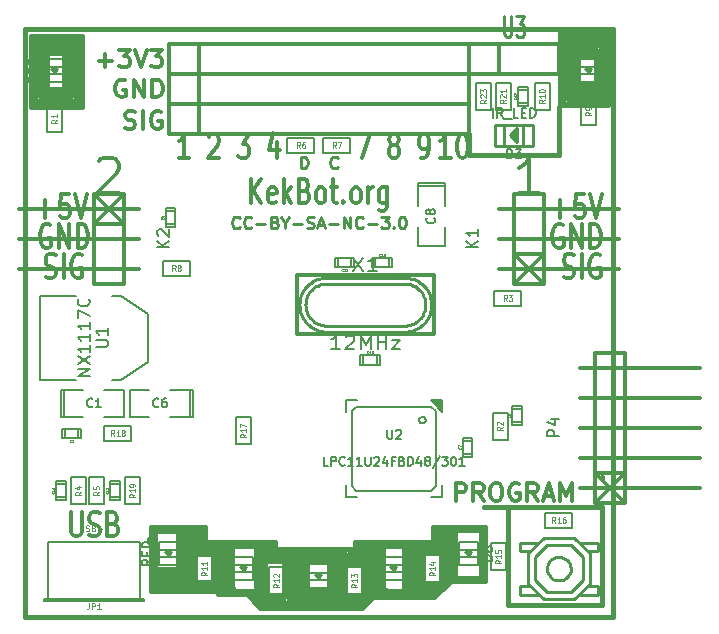
<source format=gto>
G04 (created by PCBNEW-RS274X (2012-01-19 BZR 3256)-stable) date 3/28/2013 11:41:19 PM*
G01*
G70*
G90*
%MOIN*%
G04 Gerber Fmt 3.4, Leading zero omitted, Abs format*
%FSLAX34Y34*%
G04 APERTURE LIST*
%ADD10C,0.006000*%
%ADD11C,0.015000*%
%ADD12C,0.012000*%
%ADD13C,0.009900*%
%ADD14C,0.005000*%
%ADD15C,0.007900*%
%ADD16C,0.010000*%
%ADD17C,0.008000*%
%ADD18C,0.005900*%
%ADD19C,0.011800*%
%ADD20C,0.004500*%
%ADD21C,0.003900*%
%ADD22C,0.010600*%
%ADD23C,0.001600*%
G04 APERTURE END LIST*
G54D10*
G54D11*
X66500Y-33950D02*
X70450Y-33950D01*
G54D12*
X52743Y-34124D02*
X52743Y-34771D01*
X52771Y-34848D01*
X52800Y-34886D01*
X52857Y-34924D01*
X52971Y-34924D01*
X53029Y-34886D01*
X53057Y-34848D01*
X53086Y-34771D01*
X53086Y-34124D01*
X53343Y-34886D02*
X53429Y-34924D01*
X53572Y-34924D01*
X53629Y-34886D01*
X53658Y-34848D01*
X53686Y-34771D01*
X53686Y-34695D01*
X53658Y-34619D01*
X53629Y-34581D01*
X53572Y-34543D01*
X53458Y-34505D01*
X53400Y-34467D01*
X53372Y-34429D01*
X53343Y-34352D01*
X53343Y-34276D01*
X53372Y-34200D01*
X53400Y-34162D01*
X53458Y-34124D01*
X53600Y-34124D01*
X53686Y-34162D01*
X54143Y-34505D02*
X54229Y-34543D01*
X54257Y-34581D01*
X54286Y-34657D01*
X54286Y-34771D01*
X54257Y-34848D01*
X54229Y-34886D01*
X54171Y-34924D01*
X53943Y-34924D01*
X53943Y-34124D01*
X54143Y-34124D01*
X54200Y-34162D01*
X54229Y-34200D01*
X54257Y-34276D01*
X54257Y-34352D01*
X54229Y-34429D01*
X54200Y-34467D01*
X54143Y-34505D01*
X53943Y-34505D01*
X58729Y-23824D02*
X58729Y-23024D01*
X59072Y-23824D02*
X58815Y-23367D01*
X59072Y-23024D02*
X58729Y-23481D01*
X59557Y-23786D02*
X59500Y-23824D01*
X59386Y-23824D01*
X59329Y-23786D01*
X59300Y-23710D01*
X59300Y-23405D01*
X59329Y-23329D01*
X59386Y-23290D01*
X59500Y-23290D01*
X59557Y-23329D01*
X59586Y-23405D01*
X59586Y-23481D01*
X59300Y-23557D01*
X59843Y-23824D02*
X59843Y-23024D01*
X59900Y-23519D02*
X60071Y-23824D01*
X60071Y-23290D02*
X59843Y-23595D01*
X60529Y-23405D02*
X60615Y-23443D01*
X60643Y-23481D01*
X60672Y-23557D01*
X60672Y-23671D01*
X60643Y-23748D01*
X60615Y-23786D01*
X60557Y-23824D01*
X60329Y-23824D01*
X60329Y-23024D01*
X60529Y-23024D01*
X60586Y-23062D01*
X60615Y-23100D01*
X60643Y-23176D01*
X60643Y-23252D01*
X60615Y-23329D01*
X60586Y-23367D01*
X60529Y-23405D01*
X60329Y-23405D01*
X61015Y-23824D02*
X60957Y-23786D01*
X60929Y-23748D01*
X60900Y-23671D01*
X60900Y-23443D01*
X60929Y-23367D01*
X60957Y-23329D01*
X61015Y-23290D01*
X61100Y-23290D01*
X61157Y-23329D01*
X61186Y-23367D01*
X61215Y-23443D01*
X61215Y-23671D01*
X61186Y-23748D01*
X61157Y-23786D01*
X61100Y-23824D01*
X61015Y-23824D01*
X61386Y-23290D02*
X61615Y-23290D01*
X61472Y-23024D02*
X61472Y-23710D01*
X61500Y-23786D01*
X61558Y-23824D01*
X61615Y-23824D01*
X61815Y-23748D02*
X61843Y-23786D01*
X61815Y-23824D01*
X61786Y-23786D01*
X61815Y-23748D01*
X61815Y-23824D01*
X62187Y-23824D02*
X62129Y-23786D01*
X62101Y-23748D01*
X62072Y-23671D01*
X62072Y-23443D01*
X62101Y-23367D01*
X62129Y-23329D01*
X62187Y-23290D01*
X62272Y-23290D01*
X62329Y-23329D01*
X62358Y-23367D01*
X62387Y-23443D01*
X62387Y-23671D01*
X62358Y-23748D01*
X62329Y-23786D01*
X62272Y-23824D01*
X62187Y-23824D01*
X62644Y-23824D02*
X62644Y-23290D01*
X62644Y-23443D02*
X62672Y-23367D01*
X62701Y-23329D01*
X62758Y-23290D01*
X62815Y-23290D01*
X63272Y-23290D02*
X63272Y-23938D01*
X63243Y-24014D01*
X63215Y-24052D01*
X63158Y-24090D01*
X63072Y-24090D01*
X63015Y-24052D01*
X63272Y-23786D02*
X63215Y-23824D01*
X63101Y-23824D01*
X63043Y-23786D01*
X63015Y-23748D01*
X62986Y-23671D01*
X62986Y-23443D01*
X63015Y-23367D01*
X63043Y-23329D01*
X63101Y-23290D01*
X63215Y-23290D01*
X63272Y-23329D01*
G54D11*
X66000Y-22200D02*
X66000Y-21500D01*
X69000Y-22200D02*
X66000Y-22200D01*
X69000Y-20600D02*
X69000Y-22200D01*
X70450Y-32950D02*
X70450Y-33000D01*
X70450Y-33950D02*
X70400Y-33950D01*
X70450Y-37200D02*
X70450Y-33950D01*
X67300Y-37200D02*
X70450Y-37200D01*
X67300Y-33950D02*
X67300Y-37200D01*
X70450Y-33950D02*
X70450Y-34200D01*
X69050Y-20550D02*
X70650Y-20550D01*
X69050Y-18150D02*
X69050Y-20550D01*
X70650Y-18150D02*
X69050Y-18150D01*
X70650Y-20450D02*
X70700Y-20450D01*
X70650Y-18150D02*
X70650Y-20450D01*
X69750Y-18950D02*
X69750Y-18900D01*
X70150Y-18950D02*
X69750Y-18950D01*
X70250Y-18850D02*
X70150Y-18950D01*
X70200Y-18800D02*
X70250Y-18850D01*
X69750Y-18800D02*
X70200Y-18800D01*
X69700Y-19850D02*
X70150Y-19850D01*
X69650Y-18700D02*
X69650Y-19900D01*
X70250Y-18700D02*
X69650Y-18700D01*
X70250Y-20000D02*
X70250Y-18700D01*
X69650Y-20000D02*
X70250Y-20000D01*
X51950Y-18800D02*
X52000Y-18800D01*
X51950Y-20000D02*
X51950Y-18800D01*
X52500Y-20000D02*
X51950Y-20000D01*
X52500Y-18800D02*
X52500Y-20000D01*
X51950Y-18800D02*
X52500Y-18800D01*
X51850Y-18750D02*
X51800Y-18750D01*
X51850Y-20100D02*
X51850Y-18750D01*
X52600Y-20100D02*
X51850Y-20100D01*
X52600Y-18700D02*
X52600Y-20100D01*
X51800Y-18700D02*
X52600Y-18700D01*
G54D12*
X51886Y-26286D02*
X51972Y-26324D01*
X52115Y-26324D01*
X52172Y-26286D01*
X52201Y-26248D01*
X52229Y-26171D01*
X52229Y-26095D01*
X52201Y-26019D01*
X52172Y-25981D01*
X52115Y-25943D01*
X52001Y-25905D01*
X51943Y-25867D01*
X51915Y-25829D01*
X51886Y-25752D01*
X51886Y-25676D01*
X51915Y-25600D01*
X51943Y-25562D01*
X52001Y-25524D01*
X52143Y-25524D01*
X52229Y-25562D01*
X52486Y-26324D02*
X52486Y-25524D01*
X53086Y-25562D02*
X53029Y-25524D01*
X52943Y-25524D01*
X52858Y-25562D01*
X52800Y-25638D01*
X52772Y-25714D01*
X52743Y-25867D01*
X52743Y-25981D01*
X52772Y-26133D01*
X52800Y-26210D01*
X52858Y-26286D01*
X52943Y-26324D01*
X53000Y-26324D01*
X53086Y-26286D01*
X53115Y-26248D01*
X53115Y-25981D01*
X53000Y-25981D01*
X52043Y-24562D02*
X51986Y-24524D01*
X51900Y-24524D01*
X51815Y-24562D01*
X51757Y-24638D01*
X51729Y-24714D01*
X51700Y-24867D01*
X51700Y-24981D01*
X51729Y-25133D01*
X51757Y-25210D01*
X51815Y-25286D01*
X51900Y-25324D01*
X51957Y-25324D01*
X52043Y-25286D01*
X52072Y-25248D01*
X52072Y-24981D01*
X51957Y-24981D01*
X52329Y-25324D02*
X52329Y-24524D01*
X52672Y-25324D01*
X52672Y-24524D01*
X52958Y-25324D02*
X52958Y-24524D01*
X53101Y-24524D01*
X53186Y-24562D01*
X53244Y-24638D01*
X53272Y-24714D01*
X53301Y-24867D01*
X53301Y-24981D01*
X53272Y-25133D01*
X53244Y-25210D01*
X53186Y-25286D01*
X53101Y-25324D01*
X52958Y-25324D01*
X51643Y-24019D02*
X52100Y-24019D01*
X51871Y-24324D02*
X51871Y-23714D01*
X52672Y-23524D02*
X52386Y-23524D01*
X52357Y-23905D01*
X52386Y-23867D01*
X52443Y-23829D01*
X52586Y-23829D01*
X52643Y-23867D01*
X52672Y-23905D01*
X52700Y-23981D01*
X52700Y-24171D01*
X52672Y-24248D01*
X52643Y-24286D01*
X52586Y-24324D01*
X52443Y-24324D01*
X52386Y-24286D01*
X52357Y-24248D01*
X52871Y-23524D02*
X53071Y-24324D01*
X53271Y-23524D01*
X68815Y-24019D02*
X69272Y-24019D01*
X69043Y-24324D02*
X69043Y-23714D01*
X69844Y-23524D02*
X69558Y-23524D01*
X69529Y-23905D01*
X69558Y-23867D01*
X69615Y-23829D01*
X69758Y-23829D01*
X69815Y-23867D01*
X69844Y-23905D01*
X69872Y-23981D01*
X69872Y-24171D01*
X69844Y-24248D01*
X69815Y-24286D01*
X69758Y-24324D01*
X69615Y-24324D01*
X69558Y-24286D01*
X69529Y-24248D01*
X70043Y-23524D02*
X70243Y-24324D01*
X70443Y-23524D01*
X69128Y-24562D02*
X69071Y-24524D01*
X68985Y-24524D01*
X68900Y-24562D01*
X68842Y-24638D01*
X68814Y-24714D01*
X68785Y-24867D01*
X68785Y-24981D01*
X68814Y-25133D01*
X68842Y-25210D01*
X68900Y-25286D01*
X68985Y-25324D01*
X69042Y-25324D01*
X69128Y-25286D01*
X69157Y-25248D01*
X69157Y-24981D01*
X69042Y-24981D01*
X69414Y-25324D02*
X69414Y-24524D01*
X69757Y-25324D01*
X69757Y-24524D01*
X70043Y-25324D02*
X70043Y-24524D01*
X70186Y-24524D01*
X70271Y-24562D01*
X70329Y-24638D01*
X70357Y-24714D01*
X70386Y-24867D01*
X70386Y-24981D01*
X70357Y-25133D01*
X70329Y-25210D01*
X70271Y-25286D01*
X70186Y-25324D01*
X70043Y-25324D01*
X69157Y-26286D02*
X69243Y-26324D01*
X69386Y-26324D01*
X69443Y-26286D01*
X69472Y-26248D01*
X69500Y-26171D01*
X69500Y-26095D01*
X69472Y-26019D01*
X69443Y-25981D01*
X69386Y-25943D01*
X69272Y-25905D01*
X69214Y-25867D01*
X69186Y-25829D01*
X69157Y-25752D01*
X69157Y-25676D01*
X69186Y-25600D01*
X69214Y-25562D01*
X69272Y-25524D01*
X69414Y-25524D01*
X69500Y-25562D01*
X69757Y-26324D02*
X69757Y-25524D01*
X70357Y-25562D02*
X70300Y-25524D01*
X70214Y-25524D01*
X70129Y-25562D01*
X70071Y-25638D01*
X70043Y-25714D01*
X70014Y-25867D01*
X70014Y-25981D01*
X70043Y-26133D01*
X70071Y-26210D01*
X70129Y-26286D01*
X70214Y-26324D01*
X70271Y-26324D01*
X70357Y-26286D01*
X70386Y-26248D01*
X70386Y-25981D01*
X70271Y-25981D01*
X65559Y-33739D02*
X65559Y-33148D01*
X65784Y-33148D01*
X65840Y-33176D01*
X65868Y-33204D01*
X65896Y-33260D01*
X65896Y-33345D01*
X65868Y-33401D01*
X65840Y-33429D01*
X65784Y-33457D01*
X65559Y-33457D01*
X66487Y-33739D02*
X66290Y-33457D01*
X66150Y-33739D02*
X66150Y-33148D01*
X66375Y-33148D01*
X66431Y-33176D01*
X66459Y-33204D01*
X66487Y-33260D01*
X66487Y-33345D01*
X66459Y-33401D01*
X66431Y-33429D01*
X66375Y-33457D01*
X66150Y-33457D01*
X66853Y-33148D02*
X66966Y-33148D01*
X67022Y-33176D01*
X67078Y-33232D01*
X67107Y-33345D01*
X67107Y-33542D01*
X67078Y-33654D01*
X67022Y-33711D01*
X66966Y-33739D01*
X66853Y-33739D01*
X66797Y-33711D01*
X66741Y-33654D01*
X66713Y-33542D01*
X66713Y-33345D01*
X66741Y-33232D01*
X66797Y-33176D01*
X66853Y-33148D01*
X67669Y-33176D02*
X67613Y-33148D01*
X67529Y-33148D01*
X67444Y-33176D01*
X67388Y-33232D01*
X67360Y-33288D01*
X67332Y-33401D01*
X67332Y-33485D01*
X67360Y-33598D01*
X67388Y-33654D01*
X67444Y-33711D01*
X67529Y-33739D01*
X67585Y-33739D01*
X67669Y-33711D01*
X67697Y-33682D01*
X67697Y-33485D01*
X67585Y-33485D01*
X68288Y-33739D02*
X68091Y-33457D01*
X67951Y-33739D02*
X67951Y-33148D01*
X68176Y-33148D01*
X68232Y-33176D01*
X68260Y-33204D01*
X68288Y-33260D01*
X68288Y-33345D01*
X68260Y-33401D01*
X68232Y-33429D01*
X68176Y-33457D01*
X67951Y-33457D01*
X68514Y-33570D02*
X68795Y-33570D01*
X68457Y-33739D02*
X68654Y-33148D01*
X68851Y-33739D01*
X69049Y-33739D02*
X69049Y-33148D01*
X69246Y-33570D01*
X69443Y-33148D01*
X69443Y-33739D01*
G54D11*
X63150Y-36700D02*
X63250Y-36700D01*
X63150Y-35200D02*
X63150Y-36700D01*
X56550Y-36450D02*
X56550Y-36500D01*
X55450Y-36450D02*
X56550Y-36450D01*
X57050Y-35050D02*
X57000Y-35050D01*
X57050Y-34650D02*
X57050Y-35050D01*
X57150Y-34700D02*
X57150Y-35100D01*
X57150Y-35100D02*
X57150Y-34700D01*
X56950Y-35100D02*
X57150Y-35100D01*
X56950Y-34700D02*
X56950Y-35100D01*
X57000Y-35350D02*
X57000Y-35300D01*
X57400Y-35350D02*
X57000Y-35350D01*
X57400Y-35500D02*
X57400Y-35350D01*
X57000Y-35500D02*
X57400Y-35500D01*
X56900Y-35400D02*
X57000Y-35500D01*
X56900Y-35200D02*
X56900Y-35400D01*
X57500Y-35200D02*
X56900Y-35200D01*
X57500Y-36450D02*
X57500Y-35200D01*
X56850Y-36450D02*
X57500Y-36450D01*
X56850Y-34700D02*
X56850Y-36450D01*
X55650Y-36000D02*
X55650Y-36050D01*
X56300Y-36000D02*
X55650Y-36000D01*
X56300Y-34750D02*
X56300Y-36000D01*
X55550Y-34750D02*
X56300Y-34750D01*
X55550Y-36100D02*
X55550Y-34750D01*
X56350Y-36100D02*
X55550Y-36100D01*
X56350Y-34700D02*
X56350Y-36100D01*
X55450Y-34700D02*
X56350Y-34700D01*
X55450Y-36200D02*
X55450Y-34700D01*
X56400Y-36200D02*
X55450Y-36200D01*
X56400Y-36350D02*
X56400Y-36200D01*
X55450Y-36350D02*
X56400Y-36350D01*
X55450Y-36550D02*
X55450Y-36350D01*
X57750Y-36550D02*
X55450Y-36550D01*
X57700Y-36600D02*
X57750Y-36550D01*
X55500Y-36600D02*
X57700Y-36600D01*
X55400Y-36700D02*
X55500Y-36600D01*
X58100Y-36700D02*
X55400Y-36700D01*
X58150Y-36750D02*
X58150Y-36650D01*
X58900Y-36750D02*
X58150Y-36750D01*
X58800Y-36800D02*
X58800Y-36950D01*
X58100Y-36800D02*
X58800Y-36800D01*
X58100Y-35300D02*
X58100Y-36800D01*
X58000Y-35250D02*
X58000Y-35200D01*
X59000Y-35250D02*
X58000Y-35250D01*
X59550Y-35400D02*
X59550Y-35300D01*
X59200Y-35400D02*
X59550Y-35400D01*
X59200Y-35250D02*
X59200Y-35400D01*
X59500Y-35250D02*
X59200Y-35250D01*
X59800Y-37050D02*
X59300Y-37050D01*
X59950Y-37150D02*
X59950Y-37200D01*
X59250Y-37150D02*
X59950Y-37150D01*
X59250Y-36950D02*
X59250Y-37150D01*
X59850Y-36950D02*
X59250Y-36950D01*
X59850Y-35750D02*
X59850Y-36950D01*
X59350Y-35750D02*
X59850Y-35750D01*
X59250Y-35650D02*
X59350Y-35750D01*
X59800Y-35650D02*
X59250Y-35650D01*
X59950Y-35800D02*
X59800Y-35650D01*
X59950Y-35550D02*
X59950Y-35800D01*
X59300Y-35550D02*
X59950Y-35550D01*
X59300Y-35450D02*
X59300Y-35550D01*
X59950Y-35450D02*
X59300Y-35450D01*
X60600Y-35450D02*
X60600Y-35500D01*
X61350Y-35450D02*
X60600Y-35450D01*
X61350Y-35600D02*
X61350Y-35450D01*
X60650Y-35600D02*
X61350Y-35600D01*
X60650Y-35750D02*
X60650Y-35600D01*
X61300Y-35750D02*
X60650Y-35750D01*
X61300Y-36750D02*
X61300Y-36800D01*
X60550Y-36750D02*
X61300Y-36750D01*
X60650Y-36850D02*
X60550Y-36750D01*
X61350Y-36850D02*
X60650Y-36850D01*
X61350Y-37050D02*
X61350Y-36850D01*
X61350Y-37000D02*
X61350Y-37050D01*
X60600Y-37000D02*
X61350Y-37000D01*
X60650Y-37150D02*
X60650Y-37100D01*
X61350Y-37150D02*
X60650Y-37150D01*
X61850Y-37200D02*
X61850Y-37150D01*
X62450Y-37200D02*
X61850Y-37200D01*
X62450Y-37100D02*
X62450Y-37200D01*
X61850Y-37100D02*
X62450Y-37100D01*
X61850Y-37050D02*
X61850Y-37000D01*
X62500Y-37050D02*
X61850Y-37050D01*
X62500Y-36900D02*
X62500Y-36950D01*
X61800Y-36900D02*
X62500Y-36900D01*
X62050Y-35400D02*
X62050Y-35450D01*
X62350Y-35400D02*
X62050Y-35400D01*
X61850Y-35850D02*
X62500Y-35850D01*
X61850Y-35750D02*
X61850Y-35700D01*
X62500Y-35750D02*
X61850Y-35750D01*
X62450Y-35650D02*
X62450Y-35700D01*
X62000Y-35650D02*
X62450Y-35650D01*
X62550Y-35550D02*
X61950Y-35550D01*
X62500Y-35400D02*
X62300Y-35400D01*
X62300Y-35250D02*
X62300Y-35150D01*
X63850Y-35250D02*
X62300Y-35250D01*
X63700Y-36850D02*
X63700Y-36900D01*
X63150Y-36850D02*
X63700Y-36850D01*
X63800Y-36750D02*
X63100Y-36750D01*
X64450Y-36900D02*
X64450Y-36850D01*
X64800Y-36900D02*
X64450Y-36900D01*
X64950Y-36750D02*
X64800Y-36900D01*
X64450Y-36750D02*
X64950Y-36750D01*
X64450Y-36600D02*
X64450Y-36650D01*
X65050Y-36600D02*
X64450Y-36600D01*
X65000Y-36500D02*
X65000Y-36550D01*
X64400Y-36500D02*
X65000Y-36500D01*
X64850Y-35200D02*
X64450Y-35200D01*
X64450Y-35300D02*
X64850Y-35300D01*
X64850Y-35450D02*
X64450Y-35450D01*
X64950Y-35450D02*
X64900Y-35450D01*
X64950Y-34600D02*
X64950Y-35450D01*
X66350Y-34700D02*
X65600Y-34700D01*
X66400Y-36300D02*
X65600Y-36300D01*
X66400Y-34650D02*
X66400Y-36350D01*
X65550Y-36350D02*
X65500Y-36350D01*
X65550Y-34650D02*
X65550Y-36350D01*
X65400Y-36400D02*
X65300Y-36400D01*
X65400Y-34650D02*
X65400Y-36400D01*
X65250Y-36550D02*
X65150Y-36550D01*
X65250Y-34600D02*
X65250Y-36550D01*
X65100Y-36650D02*
X65050Y-36650D01*
X65100Y-34600D02*
X65100Y-36650D01*
X64400Y-35100D02*
X64400Y-36950D01*
X64300Y-35100D02*
X64300Y-36950D01*
X64100Y-35150D02*
X64100Y-36950D01*
X63950Y-36950D02*
X63900Y-36950D01*
X63950Y-35100D02*
X63950Y-36950D01*
X63850Y-36900D02*
X63750Y-36900D01*
X63850Y-35100D02*
X63850Y-36900D01*
X63050Y-36950D02*
X62900Y-36950D01*
X63050Y-35200D02*
X63050Y-36950D01*
X62800Y-35150D02*
X62800Y-36900D01*
X62650Y-36950D02*
X62750Y-36950D01*
X62650Y-35200D02*
X62650Y-36950D01*
X62550Y-37050D02*
X62650Y-37050D01*
X62550Y-35200D02*
X62550Y-37050D01*
X61850Y-37250D02*
X61750Y-37250D01*
X61850Y-35400D02*
X61850Y-37250D01*
X61700Y-35350D02*
X61700Y-37200D01*
X61500Y-35400D02*
X61500Y-37300D01*
X61400Y-37250D02*
X61450Y-37250D01*
X61400Y-35400D02*
X61400Y-37250D01*
X60550Y-37250D02*
X60500Y-37300D01*
X60550Y-35400D02*
X60550Y-37250D01*
X60400Y-37300D02*
X60250Y-37300D01*
X60400Y-35400D02*
X60400Y-37300D01*
X60150Y-37200D02*
X60100Y-37200D01*
X60150Y-35350D02*
X60150Y-37200D01*
X60000Y-37250D02*
X59950Y-37250D01*
X60000Y-35400D02*
X60000Y-37250D01*
X59200Y-37200D02*
X59100Y-37200D01*
X59200Y-35150D02*
X59200Y-37200D01*
X58900Y-35150D02*
X58900Y-37050D01*
X57900Y-36800D02*
X57800Y-36800D01*
X57900Y-35100D02*
X57900Y-36800D01*
X58000Y-36800D02*
X57900Y-36800D01*
X58000Y-35150D02*
X58000Y-36800D01*
X57650Y-36800D02*
X57700Y-36800D01*
X57650Y-35150D02*
X57650Y-36800D01*
X56750Y-36700D02*
X56700Y-36700D01*
X56750Y-34650D02*
X56750Y-36700D01*
X56450Y-36750D02*
X56550Y-36750D01*
X56450Y-34650D02*
X56450Y-36750D01*
X55350Y-35100D02*
X55350Y-35000D01*
X57150Y-34800D02*
X57150Y-35100D01*
X56600Y-34600D02*
X56600Y-36700D01*
X57800Y-36850D02*
X57650Y-36850D01*
X57800Y-35100D02*
X57800Y-36850D01*
X59050Y-35100D02*
X59050Y-37200D01*
X60250Y-35350D02*
X60250Y-37300D01*
X61600Y-37300D02*
X61750Y-37300D01*
X61600Y-35350D02*
X61600Y-37300D01*
X62900Y-36950D02*
X62800Y-36950D01*
X62900Y-35150D02*
X62900Y-36950D01*
X64200Y-36950D02*
X64250Y-36950D01*
X64200Y-35150D02*
X64200Y-36950D01*
X69150Y-20500D02*
X70650Y-20500D01*
X69150Y-18200D02*
X69150Y-20500D01*
X70550Y-18200D02*
X69150Y-18200D01*
X69300Y-18350D02*
X69350Y-18350D01*
X69300Y-20350D02*
X69300Y-18350D01*
X70600Y-20350D02*
X69300Y-20350D01*
X70600Y-18350D02*
X70600Y-20350D01*
X69400Y-18350D02*
X70600Y-18350D01*
X69450Y-18450D02*
X69400Y-18450D01*
X69450Y-20250D02*
X69450Y-18450D01*
X70500Y-20250D02*
X69450Y-20250D01*
X70500Y-18450D02*
X70500Y-20250D01*
X69500Y-18450D02*
X70500Y-18450D01*
X69550Y-18550D02*
X69500Y-18550D01*
X69550Y-20150D02*
X69550Y-18550D01*
X70400Y-20150D02*
X69550Y-20150D01*
X70400Y-18550D02*
X70400Y-20150D01*
X69600Y-18550D02*
X70400Y-18550D01*
X51450Y-18350D02*
X52950Y-18350D01*
X51450Y-20500D02*
X51450Y-18350D01*
X53000Y-20500D02*
X51450Y-20500D01*
X53000Y-18300D02*
X53000Y-20500D01*
X51400Y-20600D02*
X51400Y-20500D01*
X53100Y-20600D02*
X51400Y-20600D01*
X53100Y-18250D02*
X53100Y-20600D01*
X51400Y-18250D02*
X53100Y-18250D01*
X51400Y-20600D02*
X51400Y-18250D01*
X51550Y-20400D02*
X51550Y-18400D01*
X52900Y-20400D02*
X51550Y-20400D01*
X52900Y-18400D02*
X52900Y-20400D01*
X51550Y-18400D02*
X52900Y-18400D01*
X51700Y-20250D02*
X51700Y-18550D01*
X52750Y-20250D02*
X51700Y-20250D01*
X52750Y-18550D02*
X52750Y-20250D01*
X51700Y-18550D02*
X52750Y-18550D01*
X55400Y-36750D02*
X55400Y-34700D01*
X57600Y-36750D02*
X55400Y-36750D01*
X57700Y-36850D02*
X57600Y-36750D01*
X58600Y-36850D02*
X57700Y-36850D01*
X59050Y-37300D02*
X58600Y-36850D01*
X62450Y-37300D02*
X59050Y-37300D01*
X62800Y-36950D02*
X62450Y-37300D01*
X64850Y-36950D02*
X62800Y-36950D01*
X65400Y-36400D02*
X64850Y-36950D01*
X66550Y-36400D02*
X65400Y-36400D01*
X66550Y-34600D02*
X66550Y-36400D01*
X64800Y-34600D02*
X66550Y-34600D01*
X64800Y-35100D02*
X64800Y-34600D01*
X62200Y-35100D02*
X64800Y-35100D01*
X62200Y-35350D02*
X62200Y-35100D01*
X59550Y-35350D02*
X62200Y-35350D01*
X59550Y-35100D02*
X59550Y-35350D01*
X57200Y-35100D02*
X59550Y-35100D01*
X57200Y-34600D02*
X57200Y-35100D01*
X56650Y-34600D02*
X57200Y-34600D01*
X55400Y-34600D02*
X56650Y-34600D01*
G54D12*
X68338Y-23478D02*
X67663Y-23478D01*
X68000Y-23478D02*
X68000Y-22297D01*
X67888Y-22465D01*
X67775Y-22578D01*
X67663Y-22634D01*
X53663Y-22409D02*
X53719Y-22353D01*
X53832Y-22297D01*
X54113Y-22297D01*
X54225Y-22353D01*
X54282Y-22409D01*
X54338Y-22521D01*
X54338Y-22634D01*
X54282Y-22803D01*
X53607Y-23478D01*
X54338Y-23478D01*
G54D13*
X61622Y-22622D02*
X61603Y-22641D01*
X61547Y-22659D01*
X61509Y-22659D01*
X61453Y-22641D01*
X61416Y-22603D01*
X61397Y-22566D01*
X61378Y-22491D01*
X61378Y-22434D01*
X61397Y-22359D01*
X61416Y-22322D01*
X61453Y-22284D01*
X61509Y-22265D01*
X61547Y-22265D01*
X61603Y-22284D01*
X61622Y-22303D01*
X60397Y-22659D02*
X60397Y-22265D01*
X60491Y-22265D01*
X60547Y-22284D01*
X60584Y-22322D01*
X60603Y-22359D01*
X60622Y-22434D01*
X60622Y-22491D01*
X60603Y-22566D01*
X60584Y-22603D01*
X60547Y-22641D01*
X60491Y-22659D01*
X60397Y-22659D01*
X58354Y-24622D02*
X58335Y-24641D01*
X58279Y-24659D01*
X58241Y-24659D01*
X58185Y-24641D01*
X58148Y-24603D01*
X58129Y-24566D01*
X58110Y-24491D01*
X58110Y-24434D01*
X58129Y-24359D01*
X58148Y-24322D01*
X58185Y-24284D01*
X58241Y-24265D01*
X58279Y-24265D01*
X58335Y-24284D01*
X58354Y-24303D01*
X58748Y-24622D02*
X58729Y-24641D01*
X58673Y-24659D01*
X58635Y-24659D01*
X58579Y-24641D01*
X58542Y-24603D01*
X58523Y-24566D01*
X58504Y-24491D01*
X58504Y-24434D01*
X58523Y-24359D01*
X58542Y-24322D01*
X58579Y-24284D01*
X58635Y-24265D01*
X58673Y-24265D01*
X58729Y-24284D01*
X58748Y-24303D01*
X58917Y-24509D02*
X59217Y-24509D01*
X59536Y-24453D02*
X59592Y-24472D01*
X59611Y-24491D01*
X59630Y-24528D01*
X59630Y-24584D01*
X59611Y-24622D01*
X59592Y-24641D01*
X59555Y-24659D01*
X59405Y-24659D01*
X59405Y-24265D01*
X59536Y-24265D01*
X59574Y-24284D01*
X59592Y-24303D01*
X59611Y-24341D01*
X59611Y-24378D01*
X59592Y-24416D01*
X59574Y-24434D01*
X59536Y-24453D01*
X59405Y-24453D01*
X59874Y-24472D02*
X59874Y-24659D01*
X59743Y-24265D02*
X59874Y-24472D01*
X60005Y-24265D01*
X60137Y-24509D02*
X60437Y-24509D01*
X60606Y-24641D02*
X60662Y-24659D01*
X60756Y-24659D01*
X60794Y-24641D01*
X60812Y-24622D01*
X60831Y-24584D01*
X60831Y-24547D01*
X60812Y-24509D01*
X60794Y-24491D01*
X60756Y-24472D01*
X60681Y-24453D01*
X60644Y-24434D01*
X60625Y-24416D01*
X60606Y-24378D01*
X60606Y-24341D01*
X60625Y-24303D01*
X60644Y-24284D01*
X60681Y-24265D01*
X60775Y-24265D01*
X60831Y-24284D01*
X60981Y-24547D02*
X61169Y-24547D01*
X60944Y-24659D02*
X61075Y-24265D01*
X61206Y-24659D01*
X61338Y-24509D02*
X61638Y-24509D01*
X61826Y-24659D02*
X61826Y-24265D01*
X62051Y-24659D01*
X62051Y-24265D01*
X62464Y-24622D02*
X62445Y-24641D01*
X62389Y-24659D01*
X62351Y-24659D01*
X62295Y-24641D01*
X62258Y-24603D01*
X62239Y-24566D01*
X62220Y-24491D01*
X62220Y-24434D01*
X62239Y-24359D01*
X62258Y-24322D01*
X62295Y-24284D01*
X62351Y-24265D01*
X62389Y-24265D01*
X62445Y-24284D01*
X62464Y-24303D01*
X62633Y-24509D02*
X62933Y-24509D01*
X63083Y-24265D02*
X63327Y-24265D01*
X63196Y-24416D01*
X63252Y-24416D01*
X63290Y-24434D01*
X63308Y-24453D01*
X63327Y-24491D01*
X63327Y-24584D01*
X63308Y-24622D01*
X63290Y-24641D01*
X63252Y-24659D01*
X63140Y-24659D01*
X63102Y-24641D01*
X63083Y-24622D01*
X63496Y-24622D02*
X63515Y-24641D01*
X63496Y-24659D01*
X63477Y-24641D01*
X63496Y-24622D01*
X63496Y-24659D01*
X63759Y-24265D02*
X63796Y-24265D01*
X63834Y-24284D01*
X63853Y-24303D01*
X63871Y-24341D01*
X63890Y-24416D01*
X63890Y-24509D01*
X63871Y-24584D01*
X63853Y-24622D01*
X63834Y-24641D01*
X63796Y-24659D01*
X63759Y-24659D01*
X63721Y-24641D01*
X63703Y-24622D01*
X63684Y-24584D01*
X63665Y-24509D01*
X63665Y-24416D01*
X63684Y-24341D01*
X63703Y-24303D01*
X63721Y-24284D01*
X63759Y-24265D01*
G54D12*
X65386Y-22324D02*
X65043Y-22324D01*
X65215Y-22324D02*
X65215Y-21524D01*
X65158Y-21638D01*
X65100Y-21714D01*
X65043Y-21752D01*
X65757Y-21524D02*
X65814Y-21524D01*
X65871Y-21562D01*
X65900Y-21600D01*
X65929Y-21676D01*
X65957Y-21829D01*
X65957Y-22019D01*
X65929Y-22171D01*
X65900Y-22248D01*
X65871Y-22286D01*
X65814Y-22324D01*
X65757Y-22324D01*
X65700Y-22286D01*
X65671Y-22248D01*
X65643Y-22171D01*
X65614Y-22019D01*
X65614Y-21829D01*
X65643Y-21676D01*
X65671Y-21600D01*
X65700Y-21562D01*
X65757Y-21524D01*
X64386Y-22324D02*
X64501Y-22324D01*
X64558Y-22286D01*
X64586Y-22248D01*
X64644Y-22133D01*
X64672Y-21981D01*
X64672Y-21676D01*
X64644Y-21600D01*
X64615Y-21562D01*
X64558Y-21524D01*
X64444Y-21524D01*
X64386Y-21562D01*
X64358Y-21600D01*
X64329Y-21676D01*
X64329Y-21867D01*
X64358Y-21943D01*
X64386Y-21981D01*
X64444Y-22019D01*
X64558Y-22019D01*
X64615Y-21981D01*
X64644Y-21943D01*
X64672Y-21867D01*
X63444Y-21867D02*
X63386Y-21829D01*
X63358Y-21790D01*
X63329Y-21714D01*
X63329Y-21676D01*
X63358Y-21600D01*
X63386Y-21562D01*
X63444Y-21524D01*
X63558Y-21524D01*
X63615Y-21562D01*
X63644Y-21600D01*
X63672Y-21676D01*
X63672Y-21714D01*
X63644Y-21790D01*
X63615Y-21829D01*
X63558Y-21867D01*
X63444Y-21867D01*
X63386Y-21905D01*
X63358Y-21943D01*
X63329Y-22019D01*
X63329Y-22171D01*
X63358Y-22248D01*
X63386Y-22286D01*
X63444Y-22324D01*
X63558Y-22324D01*
X63615Y-22286D01*
X63644Y-22248D01*
X63672Y-22171D01*
X63672Y-22019D01*
X63644Y-21943D01*
X63615Y-21905D01*
X63558Y-21867D01*
X62301Y-21524D02*
X62701Y-21524D01*
X62444Y-22324D01*
X59615Y-21790D02*
X59615Y-22324D01*
X59472Y-21486D02*
X59329Y-22057D01*
X59701Y-22057D01*
X58301Y-21524D02*
X58672Y-21524D01*
X58472Y-21829D01*
X58558Y-21829D01*
X58615Y-21867D01*
X58644Y-21905D01*
X58672Y-21981D01*
X58672Y-22171D01*
X58644Y-22248D01*
X58615Y-22286D01*
X58558Y-22324D01*
X58386Y-22324D01*
X58329Y-22286D01*
X58301Y-22248D01*
X57329Y-21600D02*
X57358Y-21562D01*
X57415Y-21524D01*
X57558Y-21524D01*
X57615Y-21562D01*
X57644Y-21600D01*
X57672Y-21676D01*
X57672Y-21752D01*
X57644Y-21867D01*
X57301Y-22324D01*
X57672Y-22324D01*
X56672Y-22324D02*
X56329Y-22324D01*
X56501Y-22324D02*
X56501Y-21524D01*
X56444Y-21638D01*
X56386Y-21714D01*
X56329Y-21752D01*
X54536Y-21311D02*
X54622Y-21339D01*
X54765Y-21339D01*
X54822Y-21311D01*
X54851Y-21282D01*
X54879Y-21226D01*
X54879Y-21170D01*
X54851Y-21114D01*
X54822Y-21085D01*
X54765Y-21057D01*
X54651Y-21029D01*
X54593Y-21001D01*
X54565Y-20973D01*
X54536Y-20917D01*
X54536Y-20860D01*
X54565Y-20804D01*
X54593Y-20776D01*
X54651Y-20748D01*
X54793Y-20748D01*
X54879Y-20776D01*
X55136Y-21339D02*
X55136Y-20748D01*
X55736Y-20776D02*
X55679Y-20748D01*
X55593Y-20748D01*
X55508Y-20776D01*
X55450Y-20832D01*
X55422Y-20888D01*
X55393Y-21001D01*
X55393Y-21085D01*
X55422Y-21198D01*
X55450Y-21254D01*
X55508Y-21311D01*
X55593Y-21339D01*
X55650Y-21339D01*
X55736Y-21311D01*
X55765Y-21282D01*
X55765Y-21085D01*
X55650Y-21085D01*
X54550Y-19726D02*
X54494Y-19698D01*
X54410Y-19698D01*
X54325Y-19726D01*
X54269Y-19782D01*
X54241Y-19838D01*
X54213Y-19951D01*
X54213Y-20035D01*
X54241Y-20148D01*
X54269Y-20204D01*
X54325Y-20261D01*
X54410Y-20289D01*
X54466Y-20289D01*
X54550Y-20261D01*
X54578Y-20232D01*
X54578Y-20035D01*
X54466Y-20035D01*
X54832Y-20289D02*
X54832Y-19698D01*
X55169Y-20289D01*
X55169Y-19698D01*
X55451Y-20289D02*
X55451Y-19698D01*
X55591Y-19698D01*
X55676Y-19726D01*
X55732Y-19782D01*
X55760Y-19838D01*
X55788Y-19951D01*
X55788Y-20035D01*
X55760Y-20148D01*
X55732Y-20204D01*
X55676Y-20261D01*
X55591Y-20289D01*
X55451Y-20289D01*
X53659Y-19064D02*
X54109Y-19064D01*
X53884Y-19289D02*
X53884Y-18838D01*
X54334Y-18698D02*
X54700Y-18698D01*
X54503Y-18923D01*
X54588Y-18923D01*
X54644Y-18951D01*
X54672Y-18979D01*
X54700Y-19035D01*
X54700Y-19176D01*
X54672Y-19232D01*
X54644Y-19261D01*
X54588Y-19289D01*
X54419Y-19289D01*
X54363Y-19261D01*
X54334Y-19232D01*
X54869Y-18698D02*
X55066Y-19289D01*
X55263Y-18698D01*
X55404Y-18698D02*
X55770Y-18698D01*
X55573Y-18923D01*
X55658Y-18923D01*
X55714Y-18951D01*
X55742Y-18979D01*
X55770Y-19035D01*
X55770Y-19176D01*
X55742Y-19232D01*
X55714Y-19261D01*
X55658Y-19289D01*
X55489Y-19289D01*
X55433Y-19261D01*
X55404Y-19232D01*
G54D11*
X51200Y-37600D02*
X51200Y-18000D01*
X70800Y-37600D02*
X51200Y-37600D01*
X70800Y-18000D02*
X70800Y-37600D01*
X51200Y-18000D02*
X70800Y-18000D01*
G54D14*
X53350Y-33850D02*
X53350Y-32950D01*
X53350Y-32950D02*
X53850Y-32950D01*
X53850Y-32950D02*
X53850Y-33850D01*
X53850Y-33850D02*
X53350Y-33850D01*
X53250Y-32950D02*
X53250Y-33850D01*
X53250Y-33850D02*
X52750Y-33850D01*
X52750Y-33850D02*
X52750Y-32950D01*
X52750Y-32950D02*
X53250Y-32950D01*
X66850Y-26750D02*
X67750Y-26750D01*
X67750Y-26750D02*
X67750Y-27250D01*
X67750Y-27250D02*
X66850Y-27250D01*
X66850Y-27250D02*
X66850Y-26750D01*
X66800Y-31700D02*
X66800Y-30800D01*
X66800Y-30800D02*
X67300Y-30800D01*
X67300Y-30800D02*
X67300Y-31700D01*
X67300Y-31700D02*
X66800Y-31700D01*
X52450Y-20550D02*
X52450Y-21450D01*
X52450Y-21450D02*
X51950Y-21450D01*
X51950Y-21450D02*
X51950Y-20550D01*
X51950Y-20550D02*
X52450Y-20550D01*
G54D15*
X51846Y-37037D02*
X55154Y-37037D01*
X51846Y-37077D02*
X55154Y-37077D01*
X55154Y-37077D02*
X55154Y-36998D01*
X55154Y-36998D02*
X51846Y-36998D01*
X51846Y-36998D02*
X51846Y-37077D01*
X51965Y-37077D02*
X51965Y-35108D01*
X51965Y-35108D02*
X55035Y-35108D01*
X55035Y-35108D02*
X55035Y-37077D01*
G54D14*
X52200Y-19479D02*
X52318Y-19361D01*
X52318Y-19361D02*
X52082Y-19361D01*
X52082Y-19361D02*
X52200Y-19479D01*
X52161Y-19439D02*
X52239Y-19439D01*
X52279Y-19400D02*
X52121Y-19400D01*
X51885Y-19518D02*
X52515Y-19518D01*
X52515Y-19282D02*
X51885Y-19282D01*
X52515Y-19006D02*
X52515Y-19794D01*
X52515Y-19794D02*
X51885Y-19794D01*
X51885Y-19794D02*
X51885Y-19006D01*
X51885Y-19006D02*
X52515Y-19006D01*
X70000Y-19479D02*
X70118Y-19361D01*
X70118Y-19361D02*
X69882Y-19361D01*
X69882Y-19361D02*
X70000Y-19479D01*
X69961Y-19439D02*
X70039Y-19439D01*
X70079Y-19400D02*
X69921Y-19400D01*
X69685Y-19518D02*
X70315Y-19518D01*
X70315Y-19282D02*
X69685Y-19282D01*
X70315Y-19006D02*
X70315Y-19794D01*
X70315Y-19794D02*
X69685Y-19794D01*
X69685Y-19794D02*
X69685Y-19006D01*
X69685Y-19006D02*
X70315Y-19006D01*
X56000Y-35579D02*
X56118Y-35461D01*
X56118Y-35461D02*
X55882Y-35461D01*
X55882Y-35461D02*
X56000Y-35579D01*
X55961Y-35539D02*
X56039Y-35539D01*
X56079Y-35500D02*
X55921Y-35500D01*
X55685Y-35618D02*
X56315Y-35618D01*
X56315Y-35382D02*
X55685Y-35382D01*
X56315Y-35106D02*
X56315Y-35894D01*
X56315Y-35894D02*
X55685Y-35894D01*
X55685Y-35894D02*
X55685Y-35106D01*
X55685Y-35106D02*
X56315Y-35106D01*
X58500Y-36079D02*
X58618Y-35961D01*
X58618Y-35961D02*
X58382Y-35961D01*
X58382Y-35961D02*
X58500Y-36079D01*
X58461Y-36039D02*
X58539Y-36039D01*
X58579Y-36000D02*
X58421Y-36000D01*
X58185Y-36118D02*
X58815Y-36118D01*
X58815Y-35882D02*
X58185Y-35882D01*
X58815Y-35606D02*
X58815Y-36394D01*
X58815Y-36394D02*
X58185Y-36394D01*
X58185Y-36394D02*
X58185Y-35606D01*
X58185Y-35606D02*
X58815Y-35606D01*
X61000Y-36329D02*
X61118Y-36211D01*
X61118Y-36211D02*
X60882Y-36211D01*
X60882Y-36211D02*
X61000Y-36329D01*
X60961Y-36289D02*
X61039Y-36289D01*
X61079Y-36250D02*
X60921Y-36250D01*
X60685Y-36368D02*
X61315Y-36368D01*
X61315Y-36132D02*
X60685Y-36132D01*
X61315Y-35856D02*
X61315Y-36644D01*
X61315Y-36644D02*
X60685Y-36644D01*
X60685Y-36644D02*
X60685Y-35856D01*
X60685Y-35856D02*
X61315Y-35856D01*
G54D12*
X67500Y-26500D02*
X68500Y-25500D01*
X67500Y-25500D02*
X68500Y-26500D01*
X67500Y-26500D02*
X67500Y-23500D01*
X67500Y-23500D02*
X68500Y-23500D01*
X68500Y-23500D02*
X68500Y-26500D01*
X67500Y-25500D02*
X68500Y-25500D01*
X67000Y-26000D02*
X71000Y-26000D01*
X71000Y-24000D02*
X67000Y-24000D01*
X67000Y-25000D02*
X71000Y-25000D01*
X68500Y-26500D02*
X67500Y-26500D01*
G54D14*
X68550Y-34150D02*
X69450Y-34150D01*
X69450Y-34150D02*
X69450Y-34650D01*
X69450Y-34650D02*
X68550Y-34650D01*
X68550Y-34650D02*
X68550Y-34150D01*
X56700Y-26250D02*
X55800Y-26250D01*
X55800Y-26250D02*
X55800Y-25750D01*
X55800Y-25750D02*
X56700Y-25750D01*
X56700Y-25750D02*
X56700Y-26250D01*
X70250Y-20300D02*
X70250Y-21200D01*
X70250Y-21200D02*
X69750Y-21200D01*
X69750Y-21200D02*
X69750Y-20300D01*
X69750Y-20300D02*
X70250Y-20300D01*
X57450Y-35550D02*
X57450Y-36450D01*
X57450Y-36450D02*
X56950Y-36450D01*
X56950Y-36450D02*
X56950Y-35550D01*
X56950Y-35550D02*
X57450Y-35550D01*
X59850Y-35950D02*
X59850Y-36850D01*
X59850Y-36850D02*
X59350Y-36850D01*
X59350Y-36850D02*
X59350Y-35950D01*
X59350Y-35950D02*
X59850Y-35950D01*
X62450Y-35950D02*
X62450Y-36850D01*
X62450Y-36850D02*
X61950Y-36850D01*
X61950Y-36850D02*
X61950Y-35950D01*
X61950Y-35950D02*
X62450Y-35950D01*
X65050Y-35550D02*
X65050Y-36450D01*
X65050Y-36450D02*
X64550Y-36450D01*
X64550Y-36450D02*
X64550Y-35550D01*
X64550Y-35550D02*
X65050Y-35550D01*
X67250Y-35150D02*
X67250Y-36050D01*
X67250Y-36050D02*
X66750Y-36050D01*
X66750Y-36050D02*
X66750Y-35150D01*
X66750Y-35150D02*
X67250Y-35150D01*
X58250Y-31850D02*
X58250Y-30950D01*
X58250Y-30950D02*
X58750Y-30950D01*
X58750Y-30950D02*
X58750Y-31850D01*
X58750Y-31850D02*
X58250Y-31850D01*
X54750Y-31750D02*
X53850Y-31750D01*
X53850Y-31750D02*
X53850Y-31250D01*
X53850Y-31250D02*
X54750Y-31250D01*
X54750Y-31250D02*
X54750Y-31750D01*
X55050Y-32950D02*
X55050Y-33850D01*
X55050Y-33850D02*
X54550Y-33850D01*
X54550Y-33850D02*
X54550Y-32950D01*
X54550Y-32950D02*
X55050Y-32950D01*
G54D12*
X54500Y-23500D02*
X53500Y-24500D01*
X54500Y-24500D02*
X53500Y-23500D01*
X54500Y-23500D02*
X54500Y-26500D01*
X54500Y-26500D02*
X53500Y-26500D01*
X53500Y-26500D02*
X53500Y-23500D01*
X54500Y-24500D02*
X53500Y-24500D01*
X55000Y-24000D02*
X51000Y-24000D01*
X51000Y-26000D02*
X55000Y-26000D01*
X55000Y-25000D02*
X51000Y-25000D01*
X53500Y-23500D02*
X54500Y-23500D01*
G54D14*
X63500Y-36079D02*
X63618Y-35961D01*
X63618Y-35961D02*
X63382Y-35961D01*
X63382Y-35961D02*
X63500Y-36079D01*
X63461Y-36039D02*
X63539Y-36039D01*
X63579Y-36000D02*
X63421Y-36000D01*
X63185Y-36118D02*
X63815Y-36118D01*
X63815Y-35882D02*
X63185Y-35882D01*
X63815Y-35606D02*
X63815Y-36394D01*
X63815Y-36394D02*
X63185Y-36394D01*
X63185Y-36394D02*
X63185Y-35606D01*
X63185Y-35606D02*
X63815Y-35606D01*
X66000Y-35579D02*
X66118Y-35461D01*
X66118Y-35461D02*
X65882Y-35461D01*
X65882Y-35461D02*
X66000Y-35579D01*
X65961Y-35539D02*
X66039Y-35539D01*
X66079Y-35500D02*
X65921Y-35500D01*
X65685Y-35618D02*
X66315Y-35618D01*
X66315Y-35382D02*
X65685Y-35382D01*
X66315Y-35106D02*
X66315Y-35894D01*
X66315Y-35894D02*
X65685Y-35894D01*
X65685Y-35894D02*
X65685Y-35106D01*
X65685Y-35106D02*
X66315Y-35106D01*
G54D16*
X68055Y-36591D02*
X67701Y-36591D01*
X67701Y-36591D02*
X67701Y-36866D01*
X67701Y-36866D02*
X68331Y-36866D01*
X68331Y-35134D02*
X67701Y-35134D01*
X67701Y-35134D02*
X67701Y-35409D01*
X67701Y-35409D02*
X68055Y-35409D01*
X70299Y-35409D02*
X70299Y-35134D01*
X70299Y-35134D02*
X69669Y-35134D01*
X70299Y-35409D02*
X69945Y-35409D01*
X69669Y-36866D02*
X70299Y-36866D01*
X70299Y-36866D02*
X70299Y-36591D01*
X70299Y-36591D02*
X69945Y-36591D01*
X69787Y-35606D02*
X69394Y-35213D01*
X69394Y-35213D02*
X68606Y-35213D01*
X68606Y-35213D02*
X68213Y-35606D01*
X68213Y-35606D02*
X68213Y-36394D01*
X68213Y-36394D02*
X68606Y-36787D01*
X68606Y-36787D02*
X69394Y-36787D01*
X69394Y-36787D02*
X69787Y-36394D01*
X69787Y-36394D02*
X69787Y-35606D01*
X69512Y-34976D02*
X68488Y-34976D01*
X70024Y-36512D02*
X70024Y-35488D01*
X68488Y-34976D02*
X67976Y-35488D01*
X67976Y-35488D02*
X67976Y-36512D01*
X67976Y-36512D02*
X68488Y-37024D01*
X68488Y-37024D02*
X69512Y-37024D01*
X70024Y-35488D02*
X69512Y-34976D01*
X69512Y-37024D02*
X70024Y-36512D01*
X69394Y-36000D02*
X69386Y-36076D01*
X69364Y-36150D01*
X69328Y-36218D01*
X69279Y-36277D01*
X69220Y-36326D01*
X69152Y-36363D01*
X69079Y-36385D01*
X69002Y-36393D01*
X68927Y-36387D01*
X68853Y-36365D01*
X68785Y-36329D01*
X68725Y-36281D01*
X68675Y-36222D01*
X68638Y-36155D01*
X68615Y-36081D01*
X68607Y-36005D01*
X68613Y-35929D01*
X68634Y-35855D01*
X68669Y-35787D01*
X68717Y-35727D01*
X68776Y-35677D01*
X68843Y-35639D01*
X68916Y-35616D01*
X68992Y-35607D01*
X69068Y-35612D01*
X69142Y-35633D01*
X69211Y-35668D01*
X69271Y-35715D01*
X69321Y-35773D01*
X69359Y-35840D01*
X69384Y-35913D01*
X69393Y-35989D01*
X69394Y-36000D01*
G54D17*
X52900Y-26900D02*
X51700Y-26900D01*
X51700Y-26900D02*
X51700Y-29700D01*
X51700Y-29700D02*
X52900Y-29700D01*
X54100Y-26900D02*
X54400Y-26900D01*
X54400Y-26900D02*
X55300Y-27500D01*
X55300Y-27500D02*
X55300Y-29100D01*
X55300Y-29100D02*
X54400Y-29700D01*
X54400Y-29700D02*
X54100Y-29700D01*
G54D18*
X65114Y-30465D02*
X65035Y-30386D01*
X64957Y-30386D02*
X65114Y-30543D01*
X65114Y-30622D02*
X64878Y-30386D01*
X64799Y-30386D02*
X65114Y-30701D01*
X64720Y-30386D02*
X65114Y-30386D01*
X65114Y-30386D02*
X65114Y-30780D01*
X65114Y-30780D02*
X64720Y-30386D01*
X61886Y-30780D02*
X61886Y-30386D01*
X61886Y-30386D02*
X62280Y-30386D01*
X62280Y-33614D02*
X61886Y-33614D01*
X61886Y-33614D02*
X61886Y-33220D01*
X65114Y-33220D02*
X65114Y-33614D01*
X65114Y-33614D02*
X64720Y-33614D01*
G54D14*
X64561Y-31050D02*
X64558Y-31071D01*
X64552Y-31092D01*
X64542Y-31111D01*
X64528Y-31128D01*
X64512Y-31142D01*
X64493Y-31152D01*
X64472Y-31158D01*
X64450Y-31160D01*
X64430Y-31159D01*
X64409Y-31152D01*
X64390Y-31142D01*
X64373Y-31129D01*
X64359Y-31112D01*
X64348Y-31093D01*
X64342Y-31073D01*
X64340Y-31051D01*
X64341Y-31030D01*
X64347Y-31010D01*
X64357Y-30990D01*
X64371Y-30973D01*
X64387Y-30959D01*
X64406Y-30949D01*
X64427Y-30942D01*
X64448Y-30940D01*
X64469Y-30941D01*
X64490Y-30947D01*
X64509Y-30957D01*
X64526Y-30970D01*
X64540Y-30987D01*
X64551Y-31005D01*
X64558Y-31026D01*
X64560Y-31047D01*
X64561Y-31050D01*
X62100Y-30750D02*
X62250Y-30600D01*
X62250Y-30600D02*
X64750Y-30600D01*
X64750Y-30600D02*
X64900Y-30750D01*
X64900Y-30750D02*
X64900Y-33250D01*
X64900Y-33250D02*
X64750Y-33400D01*
X64750Y-33400D02*
X62250Y-33400D01*
X62250Y-33400D02*
X62100Y-33250D01*
X62100Y-33250D02*
X62100Y-30750D01*
X52500Y-30050D02*
X52400Y-30050D01*
X52400Y-30050D02*
X52400Y-30950D01*
X52400Y-30950D02*
X52500Y-30950D01*
X52500Y-30050D02*
X52500Y-30950D01*
X52500Y-30950D02*
X53150Y-30950D01*
X53850Y-30050D02*
X54500Y-30050D01*
X54500Y-30050D02*
X54500Y-30950D01*
X54500Y-30950D02*
X53850Y-30950D01*
X53150Y-30050D02*
X52500Y-30050D01*
X56700Y-30950D02*
X56800Y-30950D01*
X56800Y-30950D02*
X56800Y-30050D01*
X56800Y-30050D02*
X56700Y-30050D01*
X56700Y-30950D02*
X56700Y-30050D01*
X56700Y-30050D02*
X56050Y-30050D01*
X55350Y-30950D02*
X54700Y-30950D01*
X54700Y-30950D02*
X54700Y-30050D01*
X54700Y-30050D02*
X55350Y-30050D01*
X56050Y-30950D02*
X56700Y-30950D01*
X65200Y-23250D02*
X65200Y-23150D01*
X65200Y-23150D02*
X64300Y-23150D01*
X64300Y-23150D02*
X64300Y-23250D01*
X65200Y-23250D02*
X64300Y-23250D01*
X64300Y-23250D02*
X64300Y-23900D01*
X65200Y-24600D02*
X65200Y-25250D01*
X65200Y-25250D02*
X64300Y-25250D01*
X64300Y-25250D02*
X64300Y-24600D01*
X65200Y-23900D02*
X65200Y-23250D01*
X60850Y-22150D02*
X59950Y-22150D01*
X59950Y-22150D02*
X59950Y-21650D01*
X59950Y-21650D02*
X60850Y-21650D01*
X60850Y-21650D02*
X60850Y-22150D01*
X61150Y-21650D02*
X62050Y-21650D01*
X62050Y-21650D02*
X62050Y-22150D01*
X62050Y-22150D02*
X61150Y-22150D01*
X61150Y-22150D02*
X61150Y-21650D01*
G54D12*
X56000Y-20500D02*
X56000Y-19500D01*
X56000Y-19500D02*
X66000Y-19500D01*
X66000Y-19500D02*
X66000Y-20500D01*
X66000Y-20500D02*
X56000Y-20500D01*
X57000Y-20500D02*
X57000Y-19500D01*
X56000Y-19500D02*
X56000Y-18500D01*
X56000Y-18500D02*
X66000Y-18500D01*
X66000Y-18500D02*
X66000Y-19500D01*
X66000Y-19500D02*
X56000Y-19500D01*
X57000Y-19500D02*
X57000Y-18500D01*
X56000Y-21500D02*
X56000Y-20500D01*
X56000Y-20500D02*
X66000Y-20500D01*
X66000Y-20500D02*
X66000Y-21500D01*
X66000Y-21500D02*
X56000Y-21500D01*
X57000Y-21500D02*
X57000Y-20500D01*
G54D14*
X68700Y-19800D02*
X68700Y-20700D01*
X68700Y-20700D02*
X68200Y-20700D01*
X68200Y-20700D02*
X68200Y-19800D01*
X68200Y-19800D02*
X68700Y-19800D01*
X66900Y-20700D02*
X66900Y-19800D01*
X66900Y-19800D02*
X67400Y-19800D01*
X67400Y-19800D02*
X67400Y-20700D01*
X67400Y-20700D02*
X66900Y-20700D01*
X66250Y-20700D02*
X66250Y-19800D01*
X66250Y-19800D02*
X66750Y-19800D01*
X66750Y-19800D02*
X66750Y-20700D01*
X66750Y-20700D02*
X66250Y-20700D01*
G54D16*
X67500Y-21629D02*
X67500Y-21511D01*
X67539Y-21432D02*
X67539Y-21668D01*
X67618Y-21786D02*
X67618Y-21314D01*
X67618Y-21314D02*
X67382Y-21550D01*
X67382Y-21550D02*
X67618Y-21786D01*
X67185Y-21196D02*
X67185Y-21904D01*
X67815Y-21904D02*
X67815Y-21196D01*
X68130Y-21904D02*
X66870Y-21904D01*
X66870Y-21904D02*
X66870Y-21196D01*
X66870Y-21196D02*
X68130Y-21196D01*
X68130Y-21196D02*
X68130Y-21904D01*
G54D12*
X66000Y-19500D02*
X66000Y-18500D01*
X66000Y-18500D02*
X69000Y-18500D01*
X69000Y-18500D02*
X69000Y-19500D01*
X69000Y-19500D02*
X66000Y-19500D01*
X67000Y-18500D02*
X67000Y-19500D01*
G54D19*
X60267Y-26216D02*
X60267Y-28184D01*
X60267Y-28184D02*
X64833Y-28184D01*
X64833Y-28184D02*
X64833Y-26216D01*
X64833Y-26216D02*
X60267Y-26216D01*
G54D16*
X64750Y-27200D02*
X64746Y-27122D01*
X64736Y-27044D01*
X64719Y-26968D01*
X64695Y-26893D01*
X64665Y-26820D01*
X64629Y-26751D01*
X64587Y-26684D01*
X64539Y-26622D01*
X64486Y-26564D01*
X64428Y-26511D01*
X64366Y-26463D01*
X64300Y-26421D01*
X64230Y-26385D01*
X64157Y-26355D01*
X64082Y-26331D01*
X64006Y-26314D01*
X63928Y-26304D01*
X63850Y-26300D01*
X61250Y-27900D02*
X63850Y-27900D01*
X63850Y-26500D02*
X61250Y-26500D01*
X63850Y-27900D02*
X63911Y-27897D01*
X63971Y-27889D01*
X64031Y-27876D01*
X64089Y-27857D01*
X64145Y-27834D01*
X64200Y-27806D01*
X64251Y-27773D01*
X64299Y-27736D01*
X64344Y-27694D01*
X64386Y-27649D01*
X64423Y-27601D01*
X64456Y-27549D01*
X64484Y-27495D01*
X64507Y-27439D01*
X64526Y-27381D01*
X64539Y-27321D01*
X64547Y-27261D01*
X64550Y-27200D01*
X64550Y-27200D02*
X64547Y-27139D01*
X64539Y-27079D01*
X64526Y-27019D01*
X64507Y-26961D01*
X64484Y-26905D01*
X64456Y-26851D01*
X64423Y-26799D01*
X64386Y-26751D01*
X64344Y-26706D01*
X64299Y-26664D01*
X64251Y-26627D01*
X64200Y-26594D01*
X64145Y-26566D01*
X64089Y-26543D01*
X64031Y-26524D01*
X63971Y-26511D01*
X63911Y-26503D01*
X63850Y-26500D01*
X60550Y-27200D02*
X60553Y-27261D01*
X60561Y-27321D01*
X60574Y-27381D01*
X60593Y-27439D01*
X60616Y-27495D01*
X60644Y-27549D01*
X60677Y-27601D01*
X60714Y-27649D01*
X60756Y-27694D01*
X60801Y-27736D01*
X60849Y-27773D01*
X60901Y-27806D01*
X60955Y-27834D01*
X61011Y-27857D01*
X61069Y-27876D01*
X61129Y-27889D01*
X61189Y-27897D01*
X61250Y-27900D01*
X61250Y-26500D02*
X61189Y-26503D01*
X61129Y-26511D01*
X61069Y-26524D01*
X61011Y-26543D01*
X60955Y-26566D01*
X60901Y-26594D01*
X60849Y-26627D01*
X60801Y-26664D01*
X60756Y-26706D01*
X60714Y-26751D01*
X60677Y-26799D01*
X60644Y-26851D01*
X60616Y-26905D01*
X60593Y-26961D01*
X60574Y-27019D01*
X60561Y-27079D01*
X60553Y-27139D01*
X60550Y-27200D01*
X63850Y-28100D02*
X63928Y-28096D01*
X64006Y-28086D01*
X64082Y-28069D01*
X64157Y-28045D01*
X64230Y-28015D01*
X64300Y-27979D01*
X64366Y-27937D01*
X64428Y-27889D01*
X64486Y-27836D01*
X64539Y-27778D01*
X64587Y-27716D01*
X64629Y-27649D01*
X64665Y-27580D01*
X64695Y-27507D01*
X64719Y-27432D01*
X64736Y-27356D01*
X64746Y-27278D01*
X64750Y-27200D01*
X63850Y-28100D02*
X61250Y-28100D01*
X61250Y-26300D02*
X63850Y-26300D01*
X60350Y-27200D02*
X60354Y-27278D01*
X60364Y-27356D01*
X60381Y-27432D01*
X60405Y-27507D01*
X60435Y-27580D01*
X60471Y-27649D01*
X60513Y-27716D01*
X60561Y-27778D01*
X60614Y-27836D01*
X60672Y-27889D01*
X60734Y-27937D01*
X60801Y-27979D01*
X60870Y-28015D01*
X60943Y-28045D01*
X61018Y-28069D01*
X61094Y-28086D01*
X61172Y-28096D01*
X61250Y-28100D01*
X61250Y-26300D02*
X61172Y-26304D01*
X61094Y-26314D01*
X61018Y-26331D01*
X60943Y-26355D01*
X60870Y-26385D01*
X60801Y-26421D01*
X60734Y-26463D01*
X60672Y-26511D01*
X60614Y-26564D01*
X60561Y-26622D01*
X60513Y-26684D01*
X60471Y-26751D01*
X60435Y-26820D01*
X60405Y-26893D01*
X60381Y-26968D01*
X60364Y-27044D01*
X60354Y-27122D01*
X60350Y-27200D01*
G54D14*
X52530Y-31340D02*
X52530Y-31660D01*
X52970Y-31650D02*
X52970Y-31340D01*
X53070Y-31660D02*
X52430Y-31660D01*
X52430Y-31660D02*
X52430Y-31340D01*
X52430Y-31340D02*
X53070Y-31340D01*
X53070Y-31340D02*
X53070Y-31660D01*
X67760Y-30680D02*
X67440Y-30680D01*
X67450Y-31120D02*
X67760Y-31120D01*
X67440Y-31220D02*
X67440Y-30580D01*
X67440Y-30580D02*
X67760Y-30580D01*
X67760Y-30580D02*
X67760Y-31220D01*
X67760Y-31220D02*
X67440Y-31220D01*
X56210Y-24080D02*
X55890Y-24080D01*
X55900Y-24520D02*
X56210Y-24520D01*
X55890Y-24620D02*
X55890Y-23980D01*
X55890Y-23980D02*
X56210Y-23980D01*
X56210Y-23980D02*
X56210Y-24620D01*
X56210Y-24620D02*
X55890Y-24620D01*
X66110Y-31730D02*
X65790Y-31730D01*
X65800Y-32170D02*
X66110Y-32170D01*
X65790Y-32270D02*
X65790Y-31630D01*
X65790Y-31630D02*
X66110Y-31630D01*
X66110Y-31630D02*
X66110Y-32270D01*
X66110Y-32270D02*
X65790Y-32270D01*
X62920Y-29210D02*
X62920Y-28890D01*
X62480Y-28900D02*
X62480Y-29210D01*
X62380Y-28890D02*
X63020Y-28890D01*
X63020Y-28890D02*
X63020Y-29210D01*
X63020Y-29210D02*
X62380Y-29210D01*
X62380Y-29210D02*
X62380Y-28890D01*
X61630Y-25640D02*
X61630Y-25960D01*
X62070Y-25950D02*
X62070Y-25640D01*
X62170Y-25960D02*
X61530Y-25960D01*
X61530Y-25960D02*
X61530Y-25640D01*
X61530Y-25640D02*
X62170Y-25640D01*
X62170Y-25640D02*
X62170Y-25960D01*
X63320Y-25960D02*
X63320Y-25640D01*
X62880Y-25650D02*
X62880Y-25960D01*
X62780Y-25640D02*
X63420Y-25640D01*
X63420Y-25640D02*
X63420Y-25960D01*
X63420Y-25960D02*
X62780Y-25960D01*
X62780Y-25960D02*
X62780Y-25640D01*
X54360Y-33180D02*
X54040Y-33180D01*
X54050Y-33620D02*
X54360Y-33620D01*
X54040Y-33720D02*
X54040Y-33080D01*
X54040Y-33080D02*
X54360Y-33080D01*
X54360Y-33080D02*
X54360Y-33720D01*
X54360Y-33720D02*
X54040Y-33720D01*
X52560Y-33180D02*
X52240Y-33180D01*
X52250Y-33620D02*
X52560Y-33620D01*
X52240Y-33720D02*
X52240Y-33080D01*
X52240Y-33080D02*
X52560Y-33080D01*
X52560Y-33080D02*
X52560Y-33720D01*
X52560Y-33720D02*
X52240Y-33720D01*
X67960Y-20030D02*
X67640Y-20030D01*
X67650Y-20470D02*
X67960Y-20470D01*
X67640Y-20570D02*
X67640Y-19930D01*
X67640Y-19930D02*
X67960Y-19930D01*
X67960Y-19930D02*
X67960Y-20570D01*
X67960Y-20570D02*
X67640Y-20570D01*
G54D12*
X70200Y-33800D02*
X71200Y-32800D01*
X70200Y-32800D02*
X71200Y-33800D01*
X70200Y-33800D02*
X70200Y-28800D01*
X70200Y-28800D02*
X71200Y-28800D01*
X71200Y-28800D02*
X71200Y-33800D01*
X70200Y-32800D02*
X71200Y-32800D01*
X69700Y-33300D02*
X73700Y-33300D01*
X69700Y-29300D02*
X73700Y-29300D01*
X69700Y-30300D02*
X73700Y-30300D01*
X73700Y-31300D02*
X69700Y-31300D01*
X69700Y-32300D02*
X73700Y-32300D01*
X71200Y-33800D02*
X70200Y-33800D01*
G54D20*
X53681Y-33429D02*
X53586Y-33489D01*
X53681Y-33532D02*
X53481Y-33532D01*
X53481Y-33464D01*
X53490Y-33446D01*
X53500Y-33438D01*
X53519Y-33429D01*
X53548Y-33429D01*
X53567Y-33438D01*
X53576Y-33446D01*
X53586Y-33464D01*
X53586Y-33532D01*
X53481Y-33266D02*
X53481Y-33352D01*
X53576Y-33361D01*
X53567Y-33352D01*
X53557Y-33335D01*
X53557Y-33292D01*
X53567Y-33275D01*
X53576Y-33266D01*
X53595Y-33258D01*
X53643Y-33258D01*
X53662Y-33266D01*
X53671Y-33275D01*
X53681Y-33292D01*
X53681Y-33335D01*
X53671Y-33352D01*
X53662Y-33361D01*
X53081Y-33429D02*
X52986Y-33489D01*
X53081Y-33532D02*
X52881Y-33532D01*
X52881Y-33464D01*
X52890Y-33446D01*
X52900Y-33438D01*
X52919Y-33429D01*
X52948Y-33429D01*
X52967Y-33438D01*
X52976Y-33446D01*
X52986Y-33464D01*
X52986Y-33532D01*
X52948Y-33275D02*
X53081Y-33275D01*
X52871Y-33318D02*
X53014Y-33361D01*
X53014Y-33249D01*
X67271Y-27081D02*
X67211Y-26986D01*
X67168Y-27081D02*
X67168Y-26881D01*
X67236Y-26881D01*
X67254Y-26890D01*
X67262Y-26900D01*
X67271Y-26919D01*
X67271Y-26948D01*
X67262Y-26967D01*
X67254Y-26976D01*
X67236Y-26986D01*
X67168Y-26986D01*
X67331Y-26881D02*
X67442Y-26881D01*
X67382Y-26957D01*
X67408Y-26957D01*
X67425Y-26967D01*
X67434Y-26976D01*
X67442Y-26995D01*
X67442Y-27043D01*
X67434Y-27062D01*
X67425Y-27071D01*
X67408Y-27081D01*
X67356Y-27081D01*
X67339Y-27071D01*
X67331Y-27062D01*
X67131Y-31279D02*
X67036Y-31339D01*
X67131Y-31382D02*
X66931Y-31382D01*
X66931Y-31314D01*
X66940Y-31296D01*
X66950Y-31288D01*
X66969Y-31279D01*
X66998Y-31279D01*
X67017Y-31288D01*
X67026Y-31296D01*
X67036Y-31314D01*
X67036Y-31382D01*
X66950Y-31211D02*
X66940Y-31202D01*
X66931Y-31185D01*
X66931Y-31142D01*
X66940Y-31125D01*
X66950Y-31116D01*
X66969Y-31108D01*
X66988Y-31108D01*
X67017Y-31116D01*
X67131Y-31219D01*
X67131Y-31108D01*
X52281Y-21029D02*
X52186Y-21089D01*
X52281Y-21132D02*
X52081Y-21132D01*
X52081Y-21064D01*
X52090Y-21046D01*
X52100Y-21038D01*
X52119Y-21029D01*
X52148Y-21029D01*
X52167Y-21038D01*
X52176Y-21046D01*
X52186Y-21064D01*
X52186Y-21132D01*
X52281Y-20858D02*
X52281Y-20961D01*
X52281Y-20909D02*
X52081Y-20909D01*
X52110Y-20926D01*
X52129Y-20944D01*
X52138Y-20961D01*
G54D21*
X53336Y-37156D02*
X53336Y-37297D01*
X53327Y-37325D01*
X53308Y-37344D01*
X53280Y-37353D01*
X53261Y-37353D01*
X53430Y-37353D02*
X53430Y-37156D01*
X53505Y-37156D01*
X53524Y-37166D01*
X53533Y-37175D01*
X53542Y-37194D01*
X53542Y-37222D01*
X53533Y-37241D01*
X53524Y-37250D01*
X53505Y-37259D01*
X53430Y-37259D01*
X53730Y-37353D02*
X53618Y-37353D01*
X53674Y-37353D02*
X53674Y-37156D01*
X53655Y-37184D01*
X53636Y-37203D01*
X53618Y-37213D01*
X53031Y-34557D02*
X53031Y-34717D01*
X53040Y-34735D01*
X53050Y-34745D01*
X53068Y-34754D01*
X53106Y-34754D01*
X53125Y-34745D01*
X53134Y-34735D01*
X53143Y-34717D01*
X53143Y-34557D01*
X53228Y-34745D02*
X53256Y-34754D01*
X53303Y-34754D01*
X53321Y-34745D01*
X53331Y-34735D01*
X53340Y-34717D01*
X53340Y-34698D01*
X53331Y-34679D01*
X53321Y-34670D01*
X53303Y-34660D01*
X53265Y-34651D01*
X53246Y-34642D01*
X53237Y-34632D01*
X53228Y-34614D01*
X53228Y-34595D01*
X53237Y-34576D01*
X53246Y-34567D01*
X53265Y-34557D01*
X53312Y-34557D01*
X53340Y-34567D01*
X53491Y-34651D02*
X53519Y-34660D01*
X53528Y-34670D01*
X53537Y-34689D01*
X53537Y-34717D01*
X53528Y-34735D01*
X53519Y-34745D01*
X53500Y-34754D01*
X53425Y-34754D01*
X53425Y-34557D01*
X53491Y-34557D01*
X53509Y-34567D01*
X53519Y-34576D01*
X53528Y-34595D01*
X53528Y-34614D01*
X53519Y-34632D01*
X53509Y-34642D01*
X53491Y-34651D01*
X53425Y-34651D01*
X53622Y-34679D02*
X53772Y-34679D01*
X53932Y-34651D02*
X53960Y-34660D01*
X53969Y-34670D01*
X53978Y-34689D01*
X53978Y-34717D01*
X53969Y-34735D01*
X53960Y-34745D01*
X53941Y-34754D01*
X53866Y-34754D01*
X53866Y-34557D01*
X53932Y-34557D01*
X53950Y-34567D01*
X53960Y-34576D01*
X53969Y-34595D01*
X53969Y-34614D01*
X53960Y-34632D01*
X53950Y-34642D01*
X53932Y-34651D01*
X53866Y-34651D01*
G54D18*
X52977Y-19632D02*
X52662Y-19632D01*
X52662Y-19557D01*
X52677Y-19512D01*
X52707Y-19482D01*
X52737Y-19467D01*
X52797Y-19452D01*
X52842Y-19452D01*
X52902Y-19467D01*
X52932Y-19482D01*
X52962Y-19512D01*
X52977Y-19557D01*
X52977Y-19632D01*
X52977Y-19152D02*
X52977Y-19332D01*
X52977Y-19242D02*
X52662Y-19242D01*
X52707Y-19272D01*
X52737Y-19302D01*
X52752Y-19332D01*
X51618Y-19602D02*
X51468Y-19707D01*
X51618Y-19782D02*
X51303Y-19782D01*
X51303Y-19662D01*
X51318Y-19632D01*
X51333Y-19617D01*
X51363Y-19602D01*
X51408Y-19602D01*
X51438Y-19617D01*
X51453Y-19632D01*
X51468Y-19662D01*
X51468Y-19782D01*
X51453Y-19467D02*
X51453Y-19362D01*
X51618Y-19317D02*
X51618Y-19467D01*
X51303Y-19467D01*
X51303Y-19317D01*
X51618Y-19182D02*
X51303Y-19182D01*
X51303Y-19107D01*
X51318Y-19062D01*
X51348Y-19032D01*
X51378Y-19017D01*
X51438Y-19002D01*
X51483Y-19002D01*
X51543Y-19017D01*
X51573Y-19032D01*
X51603Y-19062D01*
X51618Y-19107D01*
X51618Y-19182D01*
X70777Y-19632D02*
X70462Y-19632D01*
X70462Y-19557D01*
X70477Y-19512D01*
X70507Y-19482D01*
X70537Y-19467D01*
X70597Y-19452D01*
X70642Y-19452D01*
X70702Y-19467D01*
X70732Y-19482D01*
X70762Y-19512D01*
X70777Y-19557D01*
X70777Y-19632D01*
X70492Y-19332D02*
X70477Y-19317D01*
X70462Y-19287D01*
X70462Y-19212D01*
X70477Y-19182D01*
X70492Y-19167D01*
X70522Y-19152D01*
X70552Y-19152D01*
X70597Y-19167D01*
X70777Y-19347D01*
X70777Y-19152D01*
X69418Y-19602D02*
X69268Y-19707D01*
X69418Y-19782D02*
X69103Y-19782D01*
X69103Y-19662D01*
X69118Y-19632D01*
X69133Y-19617D01*
X69163Y-19602D01*
X69208Y-19602D01*
X69238Y-19617D01*
X69253Y-19632D01*
X69268Y-19662D01*
X69268Y-19782D01*
X69253Y-19467D02*
X69253Y-19362D01*
X69418Y-19317D02*
X69418Y-19467D01*
X69103Y-19467D01*
X69103Y-19317D01*
X69418Y-19182D02*
X69103Y-19182D01*
X69103Y-19107D01*
X69118Y-19062D01*
X69148Y-19032D01*
X69178Y-19017D01*
X69238Y-19002D01*
X69283Y-19002D01*
X69343Y-19017D01*
X69373Y-19032D01*
X69403Y-19062D01*
X69418Y-19107D01*
X69418Y-19182D01*
X56777Y-35732D02*
X56462Y-35732D01*
X56462Y-35657D01*
X56477Y-35612D01*
X56507Y-35582D01*
X56537Y-35567D01*
X56597Y-35552D01*
X56642Y-35552D01*
X56702Y-35567D01*
X56732Y-35582D01*
X56762Y-35612D01*
X56777Y-35657D01*
X56777Y-35732D01*
X56567Y-35282D02*
X56777Y-35282D01*
X56447Y-35357D02*
X56672Y-35432D01*
X56672Y-35237D01*
X55418Y-35702D02*
X55268Y-35807D01*
X55418Y-35882D02*
X55103Y-35882D01*
X55103Y-35762D01*
X55118Y-35732D01*
X55133Y-35717D01*
X55163Y-35702D01*
X55208Y-35702D01*
X55238Y-35717D01*
X55253Y-35732D01*
X55268Y-35762D01*
X55268Y-35882D01*
X55253Y-35567D02*
X55253Y-35462D01*
X55418Y-35417D02*
X55418Y-35567D01*
X55103Y-35567D01*
X55103Y-35417D01*
X55418Y-35282D02*
X55103Y-35282D01*
X55103Y-35207D01*
X55118Y-35162D01*
X55148Y-35132D01*
X55178Y-35117D01*
X55238Y-35102D01*
X55283Y-35102D01*
X55343Y-35117D01*
X55373Y-35132D01*
X55403Y-35162D01*
X55418Y-35207D01*
X55418Y-35282D01*
X59277Y-36232D02*
X58962Y-36232D01*
X58962Y-36157D01*
X58977Y-36112D01*
X59007Y-36082D01*
X59037Y-36067D01*
X59097Y-36052D01*
X59142Y-36052D01*
X59202Y-36067D01*
X59232Y-36082D01*
X59262Y-36112D01*
X59277Y-36157D01*
X59277Y-36232D01*
X58962Y-35767D02*
X58962Y-35917D01*
X59112Y-35932D01*
X59097Y-35917D01*
X59082Y-35887D01*
X59082Y-35812D01*
X59097Y-35782D01*
X59112Y-35767D01*
X59142Y-35752D01*
X59217Y-35752D01*
X59247Y-35767D01*
X59262Y-35782D01*
X59277Y-35812D01*
X59277Y-35887D01*
X59262Y-35917D01*
X59247Y-35932D01*
X57918Y-36202D02*
X57768Y-36307D01*
X57918Y-36382D02*
X57603Y-36382D01*
X57603Y-36262D01*
X57618Y-36232D01*
X57633Y-36217D01*
X57663Y-36202D01*
X57708Y-36202D01*
X57738Y-36217D01*
X57753Y-36232D01*
X57768Y-36262D01*
X57768Y-36382D01*
X57753Y-36067D02*
X57753Y-35962D01*
X57918Y-35917D02*
X57918Y-36067D01*
X57603Y-36067D01*
X57603Y-35917D01*
X57918Y-35782D02*
X57603Y-35782D01*
X57603Y-35707D01*
X57618Y-35662D01*
X57648Y-35632D01*
X57678Y-35617D01*
X57738Y-35602D01*
X57783Y-35602D01*
X57843Y-35617D01*
X57873Y-35632D01*
X57903Y-35662D01*
X57918Y-35707D01*
X57918Y-35782D01*
X61777Y-36482D02*
X61462Y-36482D01*
X61462Y-36407D01*
X61477Y-36362D01*
X61507Y-36332D01*
X61537Y-36317D01*
X61597Y-36302D01*
X61642Y-36302D01*
X61702Y-36317D01*
X61732Y-36332D01*
X61762Y-36362D01*
X61777Y-36407D01*
X61777Y-36482D01*
X61462Y-36032D02*
X61462Y-36092D01*
X61477Y-36122D01*
X61492Y-36137D01*
X61537Y-36167D01*
X61597Y-36182D01*
X61717Y-36182D01*
X61747Y-36167D01*
X61762Y-36152D01*
X61777Y-36122D01*
X61777Y-36062D01*
X61762Y-36032D01*
X61747Y-36017D01*
X61717Y-36002D01*
X61642Y-36002D01*
X61612Y-36017D01*
X61597Y-36032D01*
X61582Y-36062D01*
X61582Y-36122D01*
X61597Y-36152D01*
X61612Y-36167D01*
X61642Y-36182D01*
X60418Y-36452D02*
X60268Y-36557D01*
X60418Y-36632D02*
X60103Y-36632D01*
X60103Y-36512D01*
X60118Y-36482D01*
X60133Y-36467D01*
X60163Y-36452D01*
X60208Y-36452D01*
X60238Y-36467D01*
X60253Y-36482D01*
X60268Y-36512D01*
X60268Y-36632D01*
X60253Y-36317D02*
X60253Y-36212D01*
X60418Y-36167D02*
X60418Y-36317D01*
X60103Y-36317D01*
X60103Y-36167D01*
X60418Y-36032D02*
X60103Y-36032D01*
X60103Y-35957D01*
X60118Y-35912D01*
X60148Y-35882D01*
X60178Y-35867D01*
X60238Y-35852D01*
X60283Y-35852D01*
X60343Y-35867D01*
X60373Y-35882D01*
X60403Y-35912D01*
X60418Y-35957D01*
X60418Y-36032D01*
G54D17*
X66312Y-25295D02*
X65912Y-25295D01*
X66312Y-25066D02*
X66083Y-25238D01*
X65912Y-25066D02*
X66140Y-25295D01*
X66312Y-24685D02*
X66312Y-24914D01*
X66312Y-24800D02*
X65912Y-24800D01*
X65969Y-24838D01*
X66007Y-24876D01*
X66026Y-24914D01*
G54D20*
X68885Y-34481D02*
X68825Y-34386D01*
X68782Y-34481D02*
X68782Y-34281D01*
X68850Y-34281D01*
X68868Y-34290D01*
X68876Y-34300D01*
X68885Y-34319D01*
X68885Y-34348D01*
X68876Y-34367D01*
X68868Y-34376D01*
X68850Y-34386D01*
X68782Y-34386D01*
X69056Y-34481D02*
X68953Y-34481D01*
X69005Y-34481D02*
X69005Y-34281D01*
X68988Y-34310D01*
X68970Y-34329D01*
X68953Y-34338D01*
X69210Y-34281D02*
X69176Y-34281D01*
X69159Y-34290D01*
X69150Y-34300D01*
X69133Y-34329D01*
X69124Y-34367D01*
X69124Y-34443D01*
X69133Y-34462D01*
X69141Y-34471D01*
X69159Y-34481D01*
X69193Y-34481D01*
X69210Y-34471D01*
X69219Y-34462D01*
X69227Y-34443D01*
X69227Y-34395D01*
X69219Y-34376D01*
X69210Y-34367D01*
X69193Y-34357D01*
X69159Y-34357D01*
X69141Y-34367D01*
X69133Y-34376D01*
X69124Y-34395D01*
X56221Y-26081D02*
X56161Y-25986D01*
X56118Y-26081D02*
X56118Y-25881D01*
X56186Y-25881D01*
X56204Y-25890D01*
X56212Y-25900D01*
X56221Y-25919D01*
X56221Y-25948D01*
X56212Y-25967D01*
X56204Y-25976D01*
X56186Y-25986D01*
X56118Y-25986D01*
X56324Y-25967D02*
X56306Y-25957D01*
X56298Y-25948D01*
X56289Y-25929D01*
X56289Y-25919D01*
X56298Y-25900D01*
X56306Y-25890D01*
X56324Y-25881D01*
X56358Y-25881D01*
X56375Y-25890D01*
X56384Y-25900D01*
X56392Y-25919D01*
X56392Y-25929D01*
X56384Y-25948D01*
X56375Y-25957D01*
X56358Y-25967D01*
X56324Y-25967D01*
X56306Y-25976D01*
X56298Y-25986D01*
X56289Y-26005D01*
X56289Y-26043D01*
X56298Y-26062D01*
X56306Y-26071D01*
X56324Y-26081D01*
X56358Y-26081D01*
X56375Y-26071D01*
X56384Y-26062D01*
X56392Y-26043D01*
X56392Y-26005D01*
X56384Y-25986D01*
X56375Y-25976D01*
X56358Y-25967D01*
X70081Y-20779D02*
X69986Y-20839D01*
X70081Y-20882D02*
X69881Y-20882D01*
X69881Y-20814D01*
X69890Y-20796D01*
X69900Y-20788D01*
X69919Y-20779D01*
X69948Y-20779D01*
X69967Y-20788D01*
X69976Y-20796D01*
X69986Y-20814D01*
X69986Y-20882D01*
X70081Y-20694D02*
X70081Y-20659D01*
X70071Y-20642D01*
X70062Y-20634D01*
X70033Y-20616D01*
X69995Y-20608D01*
X69919Y-20608D01*
X69900Y-20616D01*
X69890Y-20625D01*
X69881Y-20642D01*
X69881Y-20676D01*
X69890Y-20694D01*
X69900Y-20702D01*
X69919Y-20711D01*
X69967Y-20711D01*
X69986Y-20702D01*
X69995Y-20694D01*
X70005Y-20676D01*
X70005Y-20642D01*
X69995Y-20625D01*
X69986Y-20616D01*
X69967Y-20608D01*
X57281Y-36115D02*
X57186Y-36175D01*
X57281Y-36218D02*
X57081Y-36218D01*
X57081Y-36150D01*
X57090Y-36132D01*
X57100Y-36124D01*
X57119Y-36115D01*
X57148Y-36115D01*
X57167Y-36124D01*
X57176Y-36132D01*
X57186Y-36150D01*
X57186Y-36218D01*
X57281Y-35944D02*
X57281Y-36047D01*
X57281Y-35995D02*
X57081Y-35995D01*
X57110Y-36012D01*
X57129Y-36030D01*
X57138Y-36047D01*
X57281Y-35773D02*
X57281Y-35876D01*
X57281Y-35824D02*
X57081Y-35824D01*
X57110Y-35841D01*
X57129Y-35859D01*
X57138Y-35876D01*
X59681Y-36515D02*
X59586Y-36575D01*
X59681Y-36618D02*
X59481Y-36618D01*
X59481Y-36550D01*
X59490Y-36532D01*
X59500Y-36524D01*
X59519Y-36515D01*
X59548Y-36515D01*
X59567Y-36524D01*
X59576Y-36532D01*
X59586Y-36550D01*
X59586Y-36618D01*
X59681Y-36344D02*
X59681Y-36447D01*
X59681Y-36395D02*
X59481Y-36395D01*
X59510Y-36412D01*
X59529Y-36430D01*
X59538Y-36447D01*
X59500Y-36276D02*
X59490Y-36267D01*
X59481Y-36250D01*
X59481Y-36207D01*
X59490Y-36190D01*
X59500Y-36181D01*
X59519Y-36173D01*
X59538Y-36173D01*
X59567Y-36181D01*
X59681Y-36284D01*
X59681Y-36173D01*
X62281Y-36515D02*
X62186Y-36575D01*
X62281Y-36618D02*
X62081Y-36618D01*
X62081Y-36550D01*
X62090Y-36532D01*
X62100Y-36524D01*
X62119Y-36515D01*
X62148Y-36515D01*
X62167Y-36524D01*
X62176Y-36532D01*
X62186Y-36550D01*
X62186Y-36618D01*
X62281Y-36344D02*
X62281Y-36447D01*
X62281Y-36395D02*
X62081Y-36395D01*
X62110Y-36412D01*
X62129Y-36430D01*
X62138Y-36447D01*
X62081Y-36284D02*
X62081Y-36173D01*
X62157Y-36233D01*
X62157Y-36207D01*
X62167Y-36190D01*
X62176Y-36181D01*
X62195Y-36173D01*
X62243Y-36173D01*
X62262Y-36181D01*
X62271Y-36190D01*
X62281Y-36207D01*
X62281Y-36259D01*
X62271Y-36276D01*
X62262Y-36284D01*
X64881Y-36115D02*
X64786Y-36175D01*
X64881Y-36218D02*
X64681Y-36218D01*
X64681Y-36150D01*
X64690Y-36132D01*
X64700Y-36124D01*
X64719Y-36115D01*
X64748Y-36115D01*
X64767Y-36124D01*
X64776Y-36132D01*
X64786Y-36150D01*
X64786Y-36218D01*
X64881Y-35944D02*
X64881Y-36047D01*
X64881Y-35995D02*
X64681Y-35995D01*
X64710Y-36012D01*
X64729Y-36030D01*
X64738Y-36047D01*
X64748Y-35790D02*
X64881Y-35790D01*
X64671Y-35833D02*
X64814Y-35876D01*
X64814Y-35764D01*
X67081Y-35715D02*
X66986Y-35775D01*
X67081Y-35818D02*
X66881Y-35818D01*
X66881Y-35750D01*
X66890Y-35732D01*
X66900Y-35724D01*
X66919Y-35715D01*
X66948Y-35715D01*
X66967Y-35724D01*
X66976Y-35732D01*
X66986Y-35750D01*
X66986Y-35818D01*
X67081Y-35544D02*
X67081Y-35647D01*
X67081Y-35595D02*
X66881Y-35595D01*
X66910Y-35612D01*
X66929Y-35630D01*
X66938Y-35647D01*
X66881Y-35381D02*
X66881Y-35467D01*
X66976Y-35476D01*
X66967Y-35467D01*
X66957Y-35450D01*
X66957Y-35407D01*
X66967Y-35390D01*
X66976Y-35381D01*
X66995Y-35373D01*
X67043Y-35373D01*
X67062Y-35381D01*
X67071Y-35390D01*
X67081Y-35407D01*
X67081Y-35450D01*
X67071Y-35467D01*
X67062Y-35476D01*
X58581Y-31515D02*
X58486Y-31575D01*
X58581Y-31618D02*
X58381Y-31618D01*
X58381Y-31550D01*
X58390Y-31532D01*
X58400Y-31524D01*
X58419Y-31515D01*
X58448Y-31515D01*
X58467Y-31524D01*
X58476Y-31532D01*
X58486Y-31550D01*
X58486Y-31618D01*
X58581Y-31344D02*
X58581Y-31447D01*
X58581Y-31395D02*
X58381Y-31395D01*
X58410Y-31412D01*
X58429Y-31430D01*
X58438Y-31447D01*
X58381Y-31284D02*
X58381Y-31164D01*
X58581Y-31241D01*
X54185Y-31581D02*
X54125Y-31486D01*
X54082Y-31581D02*
X54082Y-31381D01*
X54150Y-31381D01*
X54168Y-31390D01*
X54176Y-31400D01*
X54185Y-31419D01*
X54185Y-31448D01*
X54176Y-31467D01*
X54168Y-31476D01*
X54150Y-31486D01*
X54082Y-31486D01*
X54356Y-31581D02*
X54253Y-31581D01*
X54305Y-31581D02*
X54305Y-31381D01*
X54288Y-31410D01*
X54270Y-31429D01*
X54253Y-31438D01*
X54459Y-31467D02*
X54441Y-31457D01*
X54433Y-31448D01*
X54424Y-31429D01*
X54424Y-31419D01*
X54433Y-31400D01*
X54441Y-31390D01*
X54459Y-31381D01*
X54493Y-31381D01*
X54510Y-31390D01*
X54519Y-31400D01*
X54527Y-31419D01*
X54527Y-31429D01*
X54519Y-31448D01*
X54510Y-31457D01*
X54493Y-31467D01*
X54459Y-31467D01*
X54441Y-31476D01*
X54433Y-31486D01*
X54424Y-31505D01*
X54424Y-31543D01*
X54433Y-31562D01*
X54441Y-31571D01*
X54459Y-31581D01*
X54493Y-31581D01*
X54510Y-31571D01*
X54519Y-31562D01*
X54527Y-31543D01*
X54527Y-31505D01*
X54519Y-31486D01*
X54510Y-31476D01*
X54493Y-31467D01*
X54881Y-33515D02*
X54786Y-33575D01*
X54881Y-33618D02*
X54681Y-33618D01*
X54681Y-33550D01*
X54690Y-33532D01*
X54700Y-33524D01*
X54719Y-33515D01*
X54748Y-33515D01*
X54767Y-33524D01*
X54776Y-33532D01*
X54786Y-33550D01*
X54786Y-33618D01*
X54881Y-33344D02*
X54881Y-33447D01*
X54881Y-33395D02*
X54681Y-33395D01*
X54710Y-33412D01*
X54729Y-33430D01*
X54738Y-33447D01*
X54881Y-33259D02*
X54881Y-33224D01*
X54871Y-33207D01*
X54862Y-33199D01*
X54833Y-33181D01*
X54795Y-33173D01*
X54719Y-33173D01*
X54700Y-33181D01*
X54690Y-33190D01*
X54681Y-33207D01*
X54681Y-33241D01*
X54690Y-33259D01*
X54700Y-33267D01*
X54719Y-33276D01*
X54767Y-33276D01*
X54786Y-33267D01*
X54795Y-33259D01*
X54805Y-33241D01*
X54805Y-33207D01*
X54795Y-33190D01*
X54786Y-33181D01*
X54767Y-33173D01*
G54D17*
X56012Y-25295D02*
X55612Y-25295D01*
X56012Y-25066D02*
X55783Y-25238D01*
X55612Y-25066D02*
X55840Y-25295D01*
X55650Y-24914D02*
X55631Y-24895D01*
X55612Y-24857D01*
X55612Y-24761D01*
X55631Y-24723D01*
X55650Y-24704D01*
X55688Y-24685D01*
X55726Y-24685D01*
X55783Y-24704D01*
X56012Y-24933D01*
X56012Y-24685D01*
G54D18*
X64277Y-36232D02*
X63962Y-36232D01*
X63962Y-36157D01*
X63977Y-36112D01*
X64007Y-36082D01*
X64037Y-36067D01*
X64097Y-36052D01*
X64142Y-36052D01*
X64202Y-36067D01*
X64232Y-36082D01*
X64262Y-36112D01*
X64277Y-36157D01*
X64277Y-36232D01*
X63962Y-35947D02*
X63962Y-35737D01*
X64277Y-35872D01*
X62918Y-36202D02*
X62768Y-36307D01*
X62918Y-36382D02*
X62603Y-36382D01*
X62603Y-36262D01*
X62618Y-36232D01*
X62633Y-36217D01*
X62663Y-36202D01*
X62708Y-36202D01*
X62738Y-36217D01*
X62753Y-36232D01*
X62768Y-36262D01*
X62768Y-36382D01*
X62753Y-36067D02*
X62753Y-35962D01*
X62918Y-35917D02*
X62918Y-36067D01*
X62603Y-36067D01*
X62603Y-35917D01*
X62918Y-35782D02*
X62603Y-35782D01*
X62603Y-35707D01*
X62618Y-35662D01*
X62648Y-35632D01*
X62678Y-35617D01*
X62738Y-35602D01*
X62783Y-35602D01*
X62843Y-35617D01*
X62873Y-35632D01*
X62903Y-35662D01*
X62918Y-35707D01*
X62918Y-35782D01*
X66777Y-35732D02*
X66462Y-35732D01*
X66462Y-35657D01*
X66477Y-35612D01*
X66507Y-35582D01*
X66537Y-35567D01*
X66597Y-35552D01*
X66642Y-35552D01*
X66702Y-35567D01*
X66732Y-35582D01*
X66762Y-35612D01*
X66777Y-35657D01*
X66777Y-35732D01*
X66597Y-35372D02*
X66582Y-35402D01*
X66567Y-35417D01*
X66537Y-35432D01*
X66522Y-35432D01*
X66492Y-35417D01*
X66477Y-35402D01*
X66462Y-35372D01*
X66462Y-35312D01*
X66477Y-35282D01*
X66492Y-35267D01*
X66522Y-35252D01*
X66537Y-35252D01*
X66567Y-35267D01*
X66582Y-35282D01*
X66597Y-35312D01*
X66597Y-35372D01*
X66612Y-35402D01*
X66627Y-35417D01*
X66657Y-35432D01*
X66717Y-35432D01*
X66747Y-35417D01*
X66762Y-35402D01*
X66777Y-35372D01*
X66777Y-35312D01*
X66762Y-35282D01*
X66747Y-35267D01*
X66717Y-35252D01*
X66657Y-35252D01*
X66627Y-35267D01*
X66612Y-35282D01*
X66597Y-35312D01*
X65418Y-35702D02*
X65268Y-35807D01*
X65418Y-35882D02*
X65103Y-35882D01*
X65103Y-35762D01*
X65118Y-35732D01*
X65133Y-35717D01*
X65163Y-35702D01*
X65208Y-35702D01*
X65238Y-35717D01*
X65253Y-35732D01*
X65268Y-35762D01*
X65268Y-35882D01*
X65253Y-35567D02*
X65253Y-35462D01*
X65418Y-35417D02*
X65418Y-35567D01*
X65103Y-35567D01*
X65103Y-35417D01*
X65418Y-35282D02*
X65103Y-35282D01*
X65103Y-35207D01*
X65118Y-35162D01*
X65148Y-35132D01*
X65178Y-35117D01*
X65238Y-35102D01*
X65283Y-35102D01*
X65343Y-35117D01*
X65373Y-35132D01*
X65403Y-35162D01*
X65418Y-35207D01*
X65418Y-35282D01*
G54D17*
X53562Y-28605D02*
X53886Y-28605D01*
X53924Y-28586D01*
X53943Y-28567D01*
X53962Y-28529D01*
X53962Y-28452D01*
X53943Y-28414D01*
X53924Y-28395D01*
X53886Y-28376D01*
X53562Y-28376D01*
X53962Y-27976D02*
X53962Y-28205D01*
X53962Y-28091D02*
X53562Y-28091D01*
X53619Y-28129D01*
X53657Y-28167D01*
X53676Y-28205D01*
X53362Y-29567D02*
X52962Y-29567D01*
X53362Y-29338D01*
X52962Y-29338D01*
X52962Y-29186D02*
X53362Y-28919D01*
X52962Y-28919D02*
X53362Y-29186D01*
X53362Y-28557D02*
X53362Y-28786D01*
X53362Y-28672D02*
X52962Y-28672D01*
X53019Y-28710D01*
X53057Y-28748D01*
X53076Y-28786D01*
X53362Y-28176D02*
X53362Y-28405D01*
X53362Y-28291D02*
X52962Y-28291D01*
X53019Y-28329D01*
X53057Y-28367D01*
X53076Y-28405D01*
X53362Y-27795D02*
X53362Y-28024D01*
X53362Y-27910D02*
X52962Y-27910D01*
X53019Y-27948D01*
X53057Y-27986D01*
X53076Y-28024D01*
X52962Y-27662D02*
X52962Y-27395D01*
X53362Y-27567D01*
X53324Y-27014D02*
X53343Y-27033D01*
X53362Y-27090D01*
X53362Y-27128D01*
X53343Y-27186D01*
X53305Y-27224D01*
X53267Y-27243D01*
X53190Y-27262D01*
X53133Y-27262D01*
X53057Y-27243D01*
X53019Y-27224D01*
X52981Y-27186D01*
X52962Y-27128D01*
X52962Y-27090D01*
X52981Y-27033D01*
X53000Y-27014D01*
G54D18*
X63275Y-31374D02*
X63275Y-31613D01*
X63289Y-31641D01*
X63303Y-31655D01*
X63331Y-31669D01*
X63388Y-31669D01*
X63416Y-31655D01*
X63430Y-31641D01*
X63444Y-31613D01*
X63444Y-31374D01*
X63570Y-31402D02*
X63584Y-31388D01*
X63612Y-31374D01*
X63683Y-31374D01*
X63711Y-31388D01*
X63725Y-31402D01*
X63739Y-31430D01*
X63739Y-31458D01*
X63725Y-31500D01*
X63556Y-31669D01*
X63739Y-31669D01*
X61302Y-32569D02*
X61161Y-32569D01*
X61161Y-32274D01*
X61400Y-32569D02*
X61400Y-32274D01*
X61513Y-32274D01*
X61541Y-32288D01*
X61555Y-32302D01*
X61569Y-32330D01*
X61569Y-32372D01*
X61555Y-32400D01*
X61541Y-32414D01*
X61513Y-32428D01*
X61400Y-32428D01*
X61864Y-32541D02*
X61850Y-32555D01*
X61808Y-32569D01*
X61780Y-32569D01*
X61737Y-32555D01*
X61709Y-32527D01*
X61695Y-32499D01*
X61681Y-32442D01*
X61681Y-32400D01*
X61695Y-32344D01*
X61709Y-32316D01*
X61737Y-32288D01*
X61780Y-32274D01*
X61808Y-32274D01*
X61850Y-32288D01*
X61864Y-32302D01*
X62145Y-32569D02*
X61976Y-32569D01*
X62060Y-32569D02*
X62060Y-32274D01*
X62032Y-32316D01*
X62004Y-32344D01*
X61976Y-32358D01*
X62426Y-32569D02*
X62257Y-32569D01*
X62341Y-32569D02*
X62341Y-32274D01*
X62313Y-32316D01*
X62285Y-32344D01*
X62257Y-32358D01*
X62552Y-32274D02*
X62552Y-32513D01*
X62566Y-32541D01*
X62580Y-32555D01*
X62608Y-32569D01*
X62665Y-32569D01*
X62693Y-32555D01*
X62707Y-32541D01*
X62721Y-32513D01*
X62721Y-32274D01*
X62847Y-32302D02*
X62861Y-32288D01*
X62889Y-32274D01*
X62960Y-32274D01*
X62988Y-32288D01*
X63002Y-32302D01*
X63016Y-32330D01*
X63016Y-32358D01*
X63002Y-32400D01*
X62833Y-32569D01*
X63016Y-32569D01*
X63269Y-32372D02*
X63269Y-32569D01*
X63198Y-32260D02*
X63128Y-32471D01*
X63311Y-32471D01*
X63522Y-32414D02*
X63423Y-32414D01*
X63423Y-32569D02*
X63423Y-32274D01*
X63564Y-32274D01*
X63775Y-32414D02*
X63817Y-32428D01*
X63831Y-32442D01*
X63845Y-32471D01*
X63845Y-32513D01*
X63831Y-32541D01*
X63817Y-32555D01*
X63789Y-32569D01*
X63676Y-32569D01*
X63676Y-32274D01*
X63775Y-32274D01*
X63803Y-32288D01*
X63817Y-32302D01*
X63831Y-32330D01*
X63831Y-32358D01*
X63817Y-32386D01*
X63803Y-32400D01*
X63775Y-32414D01*
X63676Y-32414D01*
X63971Y-32569D02*
X63971Y-32274D01*
X64041Y-32274D01*
X64084Y-32288D01*
X64112Y-32316D01*
X64126Y-32344D01*
X64140Y-32400D01*
X64140Y-32442D01*
X64126Y-32499D01*
X64112Y-32527D01*
X64084Y-32555D01*
X64041Y-32569D01*
X63971Y-32569D01*
X64393Y-32372D02*
X64393Y-32569D01*
X64322Y-32260D02*
X64252Y-32471D01*
X64435Y-32471D01*
X64589Y-32400D02*
X64561Y-32386D01*
X64547Y-32372D01*
X64533Y-32344D01*
X64533Y-32330D01*
X64547Y-32302D01*
X64561Y-32288D01*
X64589Y-32274D01*
X64646Y-32274D01*
X64674Y-32288D01*
X64688Y-32302D01*
X64702Y-32330D01*
X64702Y-32344D01*
X64688Y-32372D01*
X64674Y-32386D01*
X64646Y-32400D01*
X64589Y-32400D01*
X64561Y-32414D01*
X64547Y-32428D01*
X64533Y-32457D01*
X64533Y-32513D01*
X64547Y-32541D01*
X64561Y-32555D01*
X64589Y-32569D01*
X64646Y-32569D01*
X64674Y-32555D01*
X64688Y-32541D01*
X64702Y-32513D01*
X64702Y-32457D01*
X64688Y-32428D01*
X64674Y-32414D01*
X64646Y-32400D01*
X65039Y-32260D02*
X64786Y-32639D01*
X65109Y-32274D02*
X65292Y-32274D01*
X65193Y-32386D01*
X65236Y-32386D01*
X65264Y-32400D01*
X65278Y-32414D01*
X65292Y-32442D01*
X65292Y-32513D01*
X65278Y-32541D01*
X65264Y-32555D01*
X65236Y-32569D01*
X65151Y-32569D01*
X65123Y-32555D01*
X65109Y-32541D01*
X65474Y-32274D02*
X65503Y-32274D01*
X65531Y-32288D01*
X65545Y-32302D01*
X65559Y-32330D01*
X65573Y-32386D01*
X65573Y-32457D01*
X65559Y-32513D01*
X65545Y-32541D01*
X65531Y-32555D01*
X65503Y-32569D01*
X65474Y-32569D01*
X65446Y-32555D01*
X65432Y-32541D01*
X65418Y-32513D01*
X65404Y-32457D01*
X65404Y-32386D01*
X65418Y-32330D01*
X65432Y-32302D01*
X65446Y-32288D01*
X65474Y-32274D01*
X65854Y-32569D02*
X65685Y-32569D01*
X65769Y-32569D02*
X65769Y-32274D01*
X65741Y-32316D01*
X65713Y-32344D01*
X65685Y-32358D01*
G54D14*
X53450Y-30593D02*
X53436Y-30607D01*
X53393Y-30621D01*
X53364Y-30621D01*
X53321Y-30607D01*
X53293Y-30579D01*
X53278Y-30550D01*
X53264Y-30493D01*
X53264Y-30450D01*
X53278Y-30393D01*
X53293Y-30364D01*
X53321Y-30336D01*
X53364Y-30321D01*
X53393Y-30321D01*
X53436Y-30336D01*
X53450Y-30350D01*
X53736Y-30621D02*
X53564Y-30621D01*
X53650Y-30621D02*
X53650Y-30321D01*
X53621Y-30364D01*
X53593Y-30393D01*
X53564Y-30407D01*
X55650Y-30593D02*
X55636Y-30607D01*
X55593Y-30621D01*
X55564Y-30621D01*
X55521Y-30607D01*
X55493Y-30579D01*
X55478Y-30550D01*
X55464Y-30493D01*
X55464Y-30450D01*
X55478Y-30393D01*
X55493Y-30364D01*
X55521Y-30336D01*
X55564Y-30321D01*
X55593Y-30321D01*
X55636Y-30336D01*
X55650Y-30350D01*
X55907Y-30321D02*
X55850Y-30321D01*
X55821Y-30336D01*
X55807Y-30350D01*
X55778Y-30393D01*
X55764Y-30450D01*
X55764Y-30564D01*
X55778Y-30593D01*
X55793Y-30607D01*
X55821Y-30621D01*
X55878Y-30621D01*
X55907Y-30607D01*
X55921Y-30593D01*
X55936Y-30564D01*
X55936Y-30493D01*
X55921Y-30464D01*
X55907Y-30450D01*
X55878Y-30436D01*
X55821Y-30436D01*
X55793Y-30450D01*
X55778Y-30464D01*
X55764Y-30493D01*
X64843Y-24300D02*
X64857Y-24314D01*
X64871Y-24357D01*
X64871Y-24386D01*
X64857Y-24429D01*
X64829Y-24457D01*
X64800Y-24472D01*
X64743Y-24486D01*
X64700Y-24486D01*
X64643Y-24472D01*
X64614Y-24457D01*
X64586Y-24429D01*
X64571Y-24386D01*
X64571Y-24357D01*
X64586Y-24314D01*
X64600Y-24300D01*
X64700Y-24129D02*
X64686Y-24157D01*
X64671Y-24172D01*
X64643Y-24186D01*
X64629Y-24186D01*
X64600Y-24172D01*
X64586Y-24157D01*
X64571Y-24129D01*
X64571Y-24072D01*
X64586Y-24043D01*
X64600Y-24029D01*
X64629Y-24014D01*
X64643Y-24014D01*
X64671Y-24029D01*
X64686Y-24043D01*
X64700Y-24072D01*
X64700Y-24129D01*
X64714Y-24157D01*
X64729Y-24172D01*
X64757Y-24186D01*
X64814Y-24186D01*
X64843Y-24172D01*
X64857Y-24157D01*
X64871Y-24129D01*
X64871Y-24072D01*
X64857Y-24043D01*
X64843Y-24029D01*
X64814Y-24014D01*
X64757Y-24014D01*
X64729Y-24029D01*
X64714Y-24043D01*
X64700Y-24072D01*
G54D20*
X60371Y-21981D02*
X60311Y-21886D01*
X60268Y-21981D02*
X60268Y-21781D01*
X60336Y-21781D01*
X60354Y-21790D01*
X60362Y-21800D01*
X60371Y-21819D01*
X60371Y-21848D01*
X60362Y-21867D01*
X60354Y-21876D01*
X60336Y-21886D01*
X60268Y-21886D01*
X60525Y-21781D02*
X60491Y-21781D01*
X60474Y-21790D01*
X60465Y-21800D01*
X60448Y-21829D01*
X60439Y-21867D01*
X60439Y-21943D01*
X60448Y-21962D01*
X60456Y-21971D01*
X60474Y-21981D01*
X60508Y-21981D01*
X60525Y-21971D01*
X60534Y-21962D01*
X60542Y-21943D01*
X60542Y-21895D01*
X60534Y-21876D01*
X60525Y-21867D01*
X60508Y-21857D01*
X60474Y-21857D01*
X60456Y-21867D01*
X60448Y-21876D01*
X60439Y-21895D01*
X61571Y-21981D02*
X61511Y-21886D01*
X61468Y-21981D02*
X61468Y-21781D01*
X61536Y-21781D01*
X61554Y-21790D01*
X61562Y-21800D01*
X61571Y-21819D01*
X61571Y-21848D01*
X61562Y-21867D01*
X61554Y-21876D01*
X61536Y-21886D01*
X61468Y-21886D01*
X61631Y-21781D02*
X61751Y-21781D01*
X61674Y-21981D01*
X68531Y-20365D02*
X68436Y-20425D01*
X68531Y-20468D02*
X68331Y-20468D01*
X68331Y-20400D01*
X68340Y-20382D01*
X68350Y-20374D01*
X68369Y-20365D01*
X68398Y-20365D01*
X68417Y-20374D01*
X68426Y-20382D01*
X68436Y-20400D01*
X68436Y-20468D01*
X68531Y-20194D02*
X68531Y-20297D01*
X68531Y-20245D02*
X68331Y-20245D01*
X68360Y-20262D01*
X68379Y-20280D01*
X68388Y-20297D01*
X68331Y-20083D02*
X68331Y-20066D01*
X68340Y-20049D01*
X68350Y-20040D01*
X68369Y-20031D01*
X68407Y-20023D01*
X68455Y-20023D01*
X68493Y-20031D01*
X68512Y-20040D01*
X68521Y-20049D01*
X68531Y-20066D01*
X68531Y-20083D01*
X68521Y-20100D01*
X68512Y-20109D01*
X68493Y-20117D01*
X68455Y-20126D01*
X68407Y-20126D01*
X68369Y-20117D01*
X68350Y-20109D01*
X68340Y-20100D01*
X68331Y-20083D01*
X67231Y-20365D02*
X67136Y-20425D01*
X67231Y-20468D02*
X67031Y-20468D01*
X67031Y-20400D01*
X67040Y-20382D01*
X67050Y-20374D01*
X67069Y-20365D01*
X67098Y-20365D01*
X67117Y-20374D01*
X67126Y-20382D01*
X67136Y-20400D01*
X67136Y-20468D01*
X67050Y-20297D02*
X67040Y-20288D01*
X67031Y-20271D01*
X67031Y-20228D01*
X67040Y-20211D01*
X67050Y-20202D01*
X67069Y-20194D01*
X67088Y-20194D01*
X67117Y-20202D01*
X67231Y-20305D01*
X67231Y-20194D01*
X67231Y-20023D02*
X67231Y-20126D01*
X67231Y-20074D02*
X67031Y-20074D01*
X67060Y-20091D01*
X67079Y-20109D01*
X67088Y-20126D01*
X66581Y-20365D02*
X66486Y-20425D01*
X66581Y-20468D02*
X66381Y-20468D01*
X66381Y-20400D01*
X66390Y-20382D01*
X66400Y-20374D01*
X66419Y-20365D01*
X66448Y-20365D01*
X66467Y-20374D01*
X66476Y-20382D01*
X66486Y-20400D01*
X66486Y-20468D01*
X66400Y-20297D02*
X66390Y-20288D01*
X66381Y-20271D01*
X66381Y-20228D01*
X66390Y-20211D01*
X66400Y-20202D01*
X66419Y-20194D01*
X66438Y-20194D01*
X66467Y-20202D01*
X66581Y-20305D01*
X66581Y-20194D01*
X66381Y-20134D02*
X66381Y-20023D01*
X66457Y-20083D01*
X66457Y-20057D01*
X66467Y-20040D01*
X66476Y-20031D01*
X66495Y-20023D01*
X66543Y-20023D01*
X66562Y-20031D01*
X66571Y-20040D01*
X66581Y-20057D01*
X66581Y-20109D01*
X66571Y-20126D01*
X66562Y-20134D01*
G54D18*
X67268Y-22327D02*
X67268Y-22012D01*
X67343Y-22012D01*
X67388Y-22027D01*
X67418Y-22057D01*
X67433Y-22087D01*
X67448Y-22147D01*
X67448Y-22192D01*
X67433Y-22252D01*
X67418Y-22282D01*
X67388Y-22312D01*
X67343Y-22327D01*
X67268Y-22327D01*
X67553Y-22012D02*
X67748Y-22012D01*
X67643Y-22132D01*
X67688Y-22132D01*
X67718Y-22147D01*
X67733Y-22162D01*
X67748Y-22192D01*
X67748Y-22267D01*
X67733Y-22297D01*
X67718Y-22312D01*
X67688Y-22327D01*
X67598Y-22327D01*
X67568Y-22312D01*
X67553Y-22297D01*
X66795Y-20968D02*
X66795Y-20653D01*
X67125Y-20968D02*
X67020Y-20818D01*
X66945Y-20968D02*
X66945Y-20653D01*
X67065Y-20653D01*
X67095Y-20668D01*
X67110Y-20683D01*
X67125Y-20713D01*
X67125Y-20758D01*
X67110Y-20788D01*
X67095Y-20803D01*
X67065Y-20818D01*
X66945Y-20818D01*
X67185Y-20998D02*
X67425Y-20998D01*
X67650Y-20968D02*
X67500Y-20968D01*
X67500Y-20653D01*
X67755Y-20803D02*
X67860Y-20803D01*
X67905Y-20968D02*
X67755Y-20968D01*
X67755Y-20653D01*
X67905Y-20653D01*
X68040Y-20968D02*
X68040Y-20653D01*
X68115Y-20653D01*
X68160Y-20668D01*
X68190Y-20698D01*
X68205Y-20728D01*
X68220Y-20788D01*
X68220Y-20833D01*
X68205Y-20893D01*
X68190Y-20923D01*
X68160Y-20953D01*
X68115Y-20968D01*
X68040Y-20968D01*
G54D22*
X67177Y-17580D02*
X67177Y-18151D01*
X67197Y-18218D01*
X67217Y-18251D01*
X67258Y-18285D01*
X67338Y-18285D01*
X67379Y-18251D01*
X67399Y-18218D01*
X67419Y-18151D01*
X67419Y-17580D01*
X67581Y-17580D02*
X67843Y-17580D01*
X67702Y-17848D01*
X67762Y-17848D01*
X67803Y-17882D01*
X67823Y-17916D01*
X67843Y-17983D01*
X67843Y-18151D01*
X67823Y-18218D01*
X67803Y-18251D01*
X67762Y-18285D01*
X67641Y-18285D01*
X67601Y-18251D01*
X67581Y-18218D01*
G54D10*
X62145Y-25632D02*
X62479Y-26082D01*
X62479Y-25632D02*
X62145Y-26082D01*
X62931Y-26082D02*
X62645Y-26082D01*
X62788Y-26082D02*
X62788Y-25632D01*
X62740Y-25696D01*
X62693Y-25739D01*
X62645Y-25761D01*
X61705Y-28682D02*
X61419Y-28682D01*
X61562Y-28682D02*
X61562Y-28232D01*
X61514Y-28296D01*
X61467Y-28339D01*
X61419Y-28361D01*
X61895Y-28275D02*
X61919Y-28254D01*
X61967Y-28232D01*
X62086Y-28232D01*
X62133Y-28254D01*
X62157Y-28275D01*
X62181Y-28318D01*
X62181Y-28361D01*
X62157Y-28425D01*
X61871Y-28682D01*
X62181Y-28682D01*
X62395Y-28682D02*
X62395Y-28232D01*
X62562Y-28554D01*
X62728Y-28232D01*
X62728Y-28682D01*
X62966Y-28682D02*
X62966Y-28232D01*
X62966Y-28446D02*
X63252Y-28446D01*
X63252Y-28682D02*
X63252Y-28232D01*
X63442Y-28382D02*
X63704Y-28382D01*
X63442Y-28682D01*
X63704Y-28682D01*
G54D23*
X52737Y-31774D02*
X52733Y-31778D01*
X52722Y-31781D01*
X52714Y-31781D01*
X52703Y-31778D01*
X52696Y-31770D01*
X52692Y-31763D01*
X52688Y-31748D01*
X52688Y-31736D01*
X52692Y-31721D01*
X52696Y-31714D01*
X52703Y-31706D01*
X52714Y-31702D01*
X52722Y-31702D01*
X52733Y-31706D01*
X52737Y-31710D01*
X52767Y-31710D02*
X52771Y-31706D01*
X52778Y-31702D01*
X52797Y-31702D01*
X52805Y-31706D01*
X52808Y-31710D01*
X52812Y-31718D01*
X52812Y-31725D01*
X52808Y-31736D01*
X52763Y-31781D01*
X52812Y-31781D01*
X67374Y-30913D02*
X67378Y-30917D01*
X67381Y-30928D01*
X67381Y-30936D01*
X67378Y-30947D01*
X67370Y-30954D01*
X67363Y-30958D01*
X67348Y-30962D01*
X67336Y-30962D01*
X67321Y-30958D01*
X67314Y-30954D01*
X67306Y-30947D01*
X67302Y-30936D01*
X67302Y-30928D01*
X67306Y-30917D01*
X67310Y-30913D01*
X67302Y-30887D02*
X67302Y-30838D01*
X67333Y-30864D01*
X67333Y-30853D01*
X67336Y-30845D01*
X67340Y-30842D01*
X67348Y-30838D01*
X67366Y-30838D01*
X67374Y-30842D01*
X67378Y-30845D01*
X67381Y-30853D01*
X67381Y-30875D01*
X67378Y-30883D01*
X67374Y-30887D01*
X55824Y-24313D02*
X55828Y-24317D01*
X55831Y-24328D01*
X55831Y-24336D01*
X55828Y-24347D01*
X55820Y-24354D01*
X55813Y-24358D01*
X55798Y-24362D01*
X55786Y-24362D01*
X55771Y-24358D01*
X55764Y-24354D01*
X55756Y-24347D01*
X55752Y-24336D01*
X55752Y-24328D01*
X55756Y-24317D01*
X55760Y-24313D01*
X55779Y-24245D02*
X55831Y-24245D01*
X55749Y-24264D02*
X55805Y-24283D01*
X55805Y-24234D01*
X65724Y-31963D02*
X65728Y-31967D01*
X65731Y-31978D01*
X65731Y-31986D01*
X65728Y-31997D01*
X65720Y-32004D01*
X65713Y-32008D01*
X65698Y-32012D01*
X65686Y-32012D01*
X65671Y-32008D01*
X65664Y-32004D01*
X65656Y-31997D01*
X65652Y-31986D01*
X65652Y-31978D01*
X65656Y-31967D01*
X65660Y-31963D01*
X65652Y-31937D02*
X65652Y-31884D01*
X65731Y-31918D01*
X62650Y-28824D02*
X62646Y-28828D01*
X62635Y-28831D01*
X62627Y-28831D01*
X62616Y-28828D01*
X62609Y-28820D01*
X62605Y-28813D01*
X62601Y-28798D01*
X62601Y-28786D01*
X62605Y-28771D01*
X62609Y-28764D01*
X62616Y-28756D01*
X62627Y-28752D01*
X62635Y-28752D01*
X62646Y-28756D01*
X62650Y-28760D01*
X62725Y-28831D02*
X62680Y-28831D01*
X62703Y-28831D02*
X62703Y-28752D01*
X62695Y-28764D01*
X62688Y-28771D01*
X62680Y-28775D01*
X62774Y-28752D02*
X62781Y-28752D01*
X62789Y-28756D01*
X62793Y-28760D01*
X62796Y-28768D01*
X62800Y-28783D01*
X62800Y-28801D01*
X62796Y-28816D01*
X62793Y-28824D01*
X62789Y-28828D01*
X62781Y-28831D01*
X62774Y-28831D01*
X62766Y-28828D01*
X62763Y-28824D01*
X62759Y-28816D01*
X62755Y-28801D01*
X62755Y-28783D01*
X62759Y-28768D01*
X62763Y-28760D01*
X62766Y-28756D01*
X62774Y-28752D01*
X61800Y-26074D02*
X61796Y-26078D01*
X61785Y-26081D01*
X61777Y-26081D01*
X61766Y-26078D01*
X61759Y-26070D01*
X61755Y-26063D01*
X61751Y-26048D01*
X61751Y-26036D01*
X61755Y-26021D01*
X61759Y-26014D01*
X61766Y-26006D01*
X61777Y-26002D01*
X61785Y-26002D01*
X61796Y-26006D01*
X61800Y-26010D01*
X61875Y-26081D02*
X61830Y-26081D01*
X61853Y-26081D02*
X61853Y-26002D01*
X61845Y-26014D01*
X61838Y-26021D01*
X61830Y-26025D01*
X61950Y-26081D02*
X61905Y-26081D01*
X61928Y-26081D02*
X61928Y-26002D01*
X61920Y-26014D01*
X61913Y-26021D01*
X61905Y-26025D01*
X63050Y-25574D02*
X63046Y-25578D01*
X63035Y-25581D01*
X63027Y-25581D01*
X63016Y-25578D01*
X63009Y-25570D01*
X63005Y-25563D01*
X63001Y-25548D01*
X63001Y-25536D01*
X63005Y-25521D01*
X63009Y-25514D01*
X63016Y-25506D01*
X63027Y-25502D01*
X63035Y-25502D01*
X63046Y-25506D01*
X63050Y-25510D01*
X63125Y-25581D02*
X63080Y-25581D01*
X63103Y-25581D02*
X63103Y-25502D01*
X63095Y-25514D01*
X63088Y-25521D01*
X63080Y-25525D01*
X63155Y-25510D02*
X63159Y-25506D01*
X63166Y-25502D01*
X63185Y-25502D01*
X63193Y-25506D01*
X63196Y-25510D01*
X63200Y-25518D01*
X63200Y-25525D01*
X63196Y-25536D01*
X63151Y-25581D01*
X63200Y-25581D01*
X53974Y-33450D02*
X53978Y-33454D01*
X53981Y-33465D01*
X53981Y-33473D01*
X53978Y-33484D01*
X53970Y-33491D01*
X53963Y-33495D01*
X53948Y-33499D01*
X53936Y-33499D01*
X53921Y-33495D01*
X53914Y-33491D01*
X53906Y-33484D01*
X53902Y-33473D01*
X53902Y-33465D01*
X53906Y-33454D01*
X53910Y-33450D01*
X53981Y-33375D02*
X53981Y-33420D01*
X53981Y-33397D02*
X53902Y-33397D01*
X53914Y-33405D01*
X53921Y-33412D01*
X53925Y-33420D01*
X53902Y-33349D02*
X53902Y-33300D01*
X53933Y-33326D01*
X53933Y-33315D01*
X53936Y-33307D01*
X53940Y-33304D01*
X53948Y-33300D01*
X53966Y-33300D01*
X53974Y-33304D01*
X53978Y-33307D01*
X53981Y-33315D01*
X53981Y-33337D01*
X53978Y-33345D01*
X53974Y-33349D01*
X52174Y-33450D02*
X52178Y-33454D01*
X52181Y-33465D01*
X52181Y-33473D01*
X52178Y-33484D01*
X52170Y-33491D01*
X52163Y-33495D01*
X52148Y-33499D01*
X52136Y-33499D01*
X52121Y-33495D01*
X52114Y-33491D01*
X52106Y-33484D01*
X52102Y-33473D01*
X52102Y-33465D01*
X52106Y-33454D01*
X52110Y-33450D01*
X52181Y-33375D02*
X52181Y-33420D01*
X52181Y-33397D02*
X52102Y-33397D01*
X52114Y-33405D01*
X52121Y-33412D01*
X52125Y-33420D01*
X52129Y-33307D02*
X52181Y-33307D01*
X52099Y-33326D02*
X52155Y-33345D01*
X52155Y-33296D01*
X67574Y-20300D02*
X67578Y-20304D01*
X67581Y-20315D01*
X67581Y-20323D01*
X67578Y-20334D01*
X67570Y-20341D01*
X67563Y-20345D01*
X67548Y-20349D01*
X67536Y-20349D01*
X67521Y-20345D01*
X67514Y-20341D01*
X67506Y-20334D01*
X67502Y-20323D01*
X67502Y-20315D01*
X67506Y-20304D01*
X67510Y-20300D01*
X67581Y-20225D02*
X67581Y-20270D01*
X67581Y-20247D02*
X67502Y-20247D01*
X67514Y-20255D01*
X67521Y-20262D01*
X67525Y-20270D01*
X67502Y-20199D02*
X67502Y-20146D01*
X67581Y-20180D01*
G54D17*
X69012Y-31595D02*
X68612Y-31595D01*
X68612Y-31442D01*
X68631Y-31404D01*
X68650Y-31385D01*
X68688Y-31366D01*
X68745Y-31366D01*
X68783Y-31385D01*
X68802Y-31404D01*
X68821Y-31442D01*
X68821Y-31595D01*
X68745Y-31023D02*
X69012Y-31023D01*
X68593Y-31119D02*
X68879Y-31214D01*
X68879Y-30966D01*
M02*

</source>
